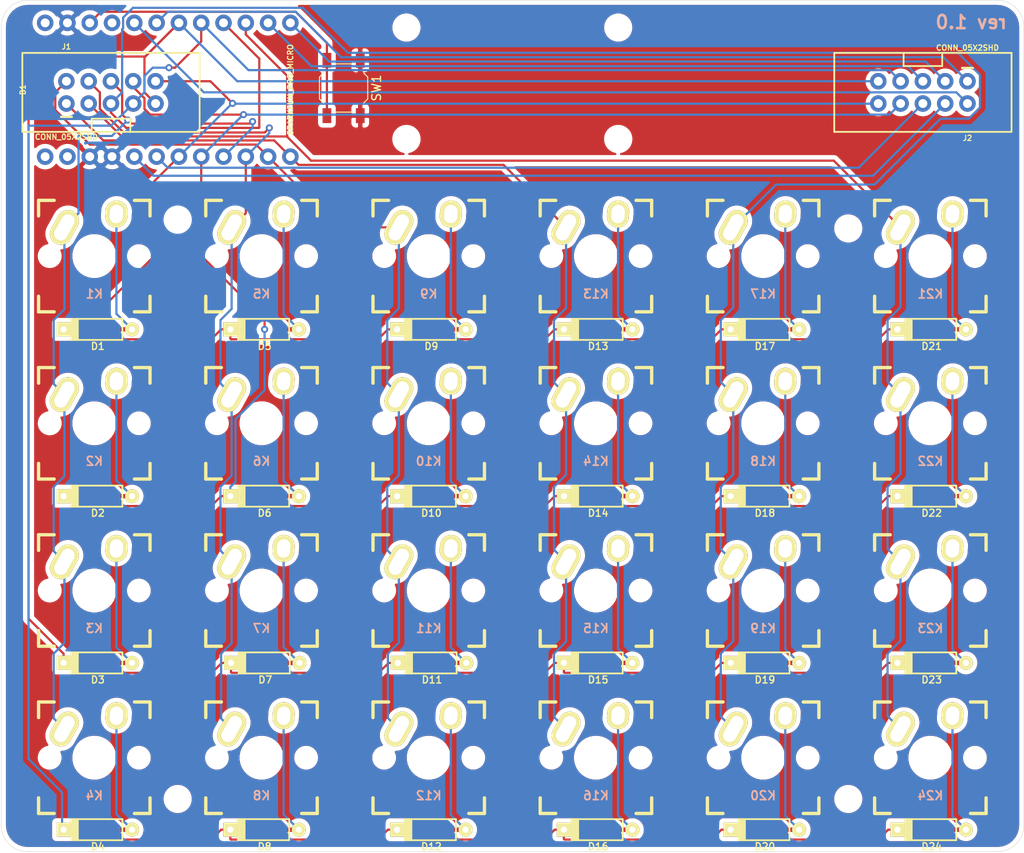
<source format=kicad_pcb>
(kicad_pcb (version 20171130) (host pcbnew "(5.1.5)-3")
  (layers (0 F.Cu signal) (31 B.Cu signal) (34 B.Paste user) (35 F.Paste user) (36 B.SilkS user) (37 F.SilkS user) (38 B.Mask user) (39 F.Mask user) (44 Edge.Cuts user))
  (net 0 "")
  (net 1 "Net-(B1-Pad1)")
  (net 2 "Net-(B1-Pad2)")
  (net 3 /row0)
  (net 4 /row1)
  (net 5 /col0)
  (net 6 /col1)
  (net 7 /col2)
  (net 8 /col3)
  (net 9 /col5)
  (net 10 /col4)
  (net 11 /row3)
  (net 12 /row2)
  (net 13 "Net-(B1-Pad21)")
  (net 14 "Net-(B1-Pad24)")
  (net 15 "Net-(D1-Pad2)")
  (net 16 "Net-(D2-Pad2)")
  (net 17 "Net-(D3-Pad2)")
  (net 18 "Net-(D4-Pad2)")
  (net 19 "Net-(D5-Pad2)")
  (net 20 "Net-(D6-Pad2)")
  (net 21 "Net-(D7-Pad2)")
  (net 22 "Net-(D8-Pad2)")
  (net 23 "Net-(D9-Pad2)")
  (net 24 "Net-(D10-Pad2)")
  (net 25 "Net-(D11-Pad2)")
  (net 26 "Net-(D12-Pad2)")
  (net 27 "Net-(D13-Pad2)")
  (net 28 "Net-(D14-Pad2)")
  (net 29 "Net-(D15-Pad2)")
  (net 30 "Net-(D16-Pad2)")
  (net 31 "Net-(D17-Pad2)")
  (net 32 "Net-(D18-Pad2)")
  (net 33 "Net-(D19-Pad2)")
  (net 34 "Net-(D20-Pad2)")
  (net 35 "Net-(D21-Pad2)")
  (net 36 "Net-(D22-Pad2)")
  (net 37 "Net-(D23-Pad2)")
  (net 38 "Net-(D24-Pad2)")
  (net 39 GND)
  (net 40 /rst)
  (net 41 /col11)
  (net 42 /col10)
  (net 43 /col7)
  (net 44 /col6)
  (net 45 /col8)
  (net 46 /col9)
  (module MountingHole:MountingHole_2.2mm_M2 (layer F.Cu) (at 97.79 31.115)
    (fp_text reference REF** hide)
    (fp_text value MountingHole_2.2mm_M2)
    (pad 1 np_thru_hole circle (at 0 0) (size 2.2 2.2) (drill 2.2) (layers *.Cu *.Mask))
  )
  (module MountingHole:MountingHole_2.2mm_M2 (layer F.Cu) (at 97.79 43.815)
    (fp_text reference REF** hide)
    (fp_text value MountingHole_2.2mm_M2)
    (pad 1 np_thru_hole circle (at 0 0) (size 2.2 2.2) (drill 2.2) (layers *.Cu *.Mask))
  )
  (module MountingHole:MountingHole_2.2mm_M2 (layer F.Cu) (at 73.66 31.115)
    (fp_text reference REF** hide)
    (fp_text value MountingHole_2.2mm_M2)
    (pad 1 np_thru_hole circle (at 0 0) (size 2.2 2.2) (drill 2.2) (layers *.Cu *.Mask))
  )
  (module MountingHole:MountingHole_2.2mm_M2 (layer F.Cu) (at 73.66 43.815)
    (fp_text reference REF** hide)
    (fp_text value MountingHole_2.2mm_M2)
    (pad 1 np_thru_hole circle (at 0 0) (size 2.2 2.2) (drill 2.2) (layers *.Cu *.Mask))
  )
  (module MountingHole:MountingHole_2.2mm_M2 (layer F.Cu) (at 124 119)
    (fp_text reference REF** hide)
    (fp_text value MountingHole_2.2mm_M2)
    (pad 1 np_thru_hole circle (at 0 0) (size 2.2 2.2) (drill 2.2) (layers *.Cu *.Mask))
  )
  (module MountingHole:MountingHole_2.2mm_M2 (layer F.Cu) (at 124 54)
    (fp_text reference REF** hide)
    (fp_text value MountingHole_2.2mm_M2)
    (pad 1 np_thru_hole circle (at 0 0) (size 2.2 2.2) (drill 2.2) (layers *.Cu *.Mask))
  )
  (module MountingHole:MountingHole_2.2mm_M2 (layer F.Cu) (at 47.6 53)
    (fp_text reference REF** hide)
    (fp_text value MountingHole_2.2mm_M2)
    (pad 1 np_thru_hole circle (at 0 0) (size 2.2 2.2) (drill 2.2) (layers *.Cu *.Mask))
  )
  (module MountingHole:MountingHole_2.2mm_M2 (layer F.Cu) (at 47.6 119)
    (fp_text reference REF** hide)
    (fp_text value MountingHole_2.2mm_M2)
    (pad 1 np_thru_hole circle (at 0 0) (size 2.2 2.2) (drill 2.2) (layers *.Cu *.Mask))
  )
  (module boards:SPARKFUN_PRO_MICRO (layer F.Cu) (at 45.2 38.2 90)
    (fp_text reference B1 (at 0 -15.24 90) (layer F.SilkS) (effects (font (size 0.6096 0.6096) (thickness 0.127))))
    (fp_text value SPARKFUN_PRO_MICRO (at 0 15.24 90) (layer F.SilkS) (effects (font (size 0.6096 0.6096) (thickness 0.127))))
    (pad 1 thru_hole circle (at -7.62 -12.7 90) (size 1.8796 1.8796) (drill 1.016) (layers *.Cu *.Mask) (net 1 "Net-(B1-Pad1)"))
    (pad 2 thru_hole circle (at -7.62 -10.16 90) (size 1.8796 1.8796) (drill 1.016) (layers *.Cu *.Mask) (net 2 "Net-(B1-Pad2)"))
    (pad 3 thru_hole circle (at -7.62 -7.62 90) (size 1.8796 1.8796) (drill 1.016) (layers *.Cu *.Mask) (net 39 GND))
    (pad 4 thru_hole circle (at -7.62 -5.08 90) (size 1.8796 1.8796) (drill 1.016) (layers *.Cu *.Mask) (net 39 GND))
    (pad 5 thru_hole circle (at -7.62 -2.54 90) (size 1.8796 1.8796) (drill 1.016) (layers *.Cu *.Mask) (net 41 /col11))
    (pad 6 thru_hole circle (at -7.62 0 90) (size 1.8796 1.8796) (drill 1.016) (layers *.Cu *.Mask) (net 42 /col10))
    (pad 7 thru_hole circle (at -7.62 2.54 90) (size 1.8796 1.8796) (drill 1.016) (layers *.Cu *.Mask) (net 3 /row0))
    (pad 8 thru_hole circle (at -7.62 5.08 90) (size 1.8796 1.8796) (drill 1.016) (layers *.Cu *.Mask) (net 4 /row1))
    (pad 9 thru_hole circle (at -7.62 7.62 90) (size 1.8796 1.8796) (drill 1.016) (layers *.Cu *.Mask) (net 5 /col0))
    (pad 10 thru_hole circle (at -7.62 10.16 90) (size 1.8796 1.8796) (drill 1.016) (layers *.Cu *.Mask) (net 6 /col1))
    (pad 11 thru_hole circle (at -7.62 12.7 90) (size 1.8796 1.8796) (drill 1.016) (layers *.Cu *.Mask) (net 7 /col2))
    (pad 12 thru_hole circle (at -7.62 15.24 90) (size 1.8796 1.8796) (drill 1.016) (layers *.Cu *.Mask) (net 8 /col3))
    (pad 13 thru_hole circle (at 7.62 15.24 90) (size 1.8796 1.8796) (drill 1.016) (layers *.Cu *.Mask) (net 43 /col7))
    (pad 14 thru_hole circle (at 7.62 12.7 90) (size 1.8796 1.8796) (drill 1.016) (layers *.Cu *.Mask) (net 44 /col6))
    (pad 15 thru_hole circle (at 7.62 10.16 90) (size 1.8796 1.8796) (drill 1.016) (layers *.Cu *.Mask) (net 9 /col5))
    (pad 16 thru_hole circle (at 7.62 7.62 90) (size 1.8796 1.8796) (drill 1.016) (layers *.Cu *.Mask) (net 10 /col4))
    (pad 17 thru_hole circle (at 7.62 5.08 90) (size 1.8796 1.8796) (drill 1.016) (layers *.Cu *.Mask) (net 11 /row3))
    (pad 18 thru_hole circle (at 7.62 2.54 90) (size 1.8796 1.8796) (drill 1.016) (layers *.Cu *.Mask) (net 12 /row2))
    (pad 19 thru_hole circle (at 7.62 0 90) (size 1.8796 1.8796) (drill 1.016) (layers *.Cu *.Mask) (net 45 /col8))
    (pad 20 thru_hole circle (at 7.62 -2.54 90) (size 1.8796 1.8796) (drill 1.016) (layers *.Cu *.Mask) (net 46 /col9))
    (pad 21 thru_hole circle (at 7.62 -5.08 90) (size 1.8796 1.8796) (drill 1.016) (layers *.Cu *.Mask) (net 13 "Net-(B1-Pad21)"))
    (pad 22 thru_hole circle (at 7.62 -7.62 90) (size 1.8796 1.8796) (drill 1.016) (layers *.Cu *.Mask) (net 40 /rst))
    (pad 23 thru_hole circle (at 7.62 -10.16 90) (size 1.8796 1.8796) (drill 1.016) (layers *.Cu *.Mask) (net 39 GND))
    (pad 24 thru_hole circle (at 7.62 -12.7 90) (size 1.8796 1.8796) (drill 1.016) (layers *.Cu *.Mask) (net 14 "Net-(B1-Pad24)"))
  )
  (module keebs:Mx_Alps_100 (layer F.Cu) (at 38.1 57.15)
    (fp_text reference K1 (at 0 4.318) (layer B.SilkS) (effects (font (thickness 0.2)) (justify mirror)))
    (fp_text value KEYSW hide)
    (pad 2 thru_hole oval (at 2.52 -4.79 356.1) (size 2.5 3.08) (drill oval 1.5 2.08) (layers *.Cu *.Mask F.SilkS) (net 15 "Net-(D1-Pad2)"))
    (pad 1 thru_hole oval (at -3.405 -3.27 330.95) (size 2.5 4.17) (drill oval 1.5 3.17) (layers *.Cu *.Mask F.SilkS) (net 5 /col0))
    (pad HOLE np_thru_hole circle (at 5.08 0) (size 1.7018 1.7018) (drill 1.7018) (layers *.Cu))
    (pad HOLE np_thru_hole circle (at -5.08 0) (size 1.7018 1.7018) (drill 1.7018) (layers *.Cu))
    (pad HOLE np_thru_hole circle (at 0 0) (size 3.9878 3.9878) (drill 3.9878) (layers *.Cu))
  )
  (module keebs:Mx_Alps_100 (layer F.Cu) (at 38.1 76.2)
    (fp_text reference K2 (at 0 4.318) (layer B.SilkS) (effects (font (thickness 0.2)) (justify mirror)))
    (fp_text value KEYSW hide)
    (pad 2 thru_hole oval (at 2.52 -4.79 356.1) (size 2.5 3.08) (drill oval 1.5 2.08) (layers *.Cu *.Mask F.SilkS) (net 16 "Net-(D2-Pad2)"))
    (pad 1 thru_hole oval (at -3.405 -3.27 330.95) (size 2.5 4.17) (drill oval 1.5 3.17) (layers *.Cu *.Mask F.SilkS) (net 5 /col0))
    (pad HOLE np_thru_hole circle (at 5.08 0) (size 1.7018 1.7018) (drill 1.7018) (layers *.Cu))
    (pad HOLE np_thru_hole circle (at -5.08 0) (size 1.7018 1.7018) (drill 1.7018) (layers *.Cu))
    (pad HOLE np_thru_hole circle (at 0 0) (size 3.9878 3.9878) (drill 3.9878) (layers *.Cu))
  )
  (module keebs:Mx_Alps_100 (layer F.Cu) (at 38.1 95.25)
    (fp_text reference K3 (at 0 4.318) (layer B.SilkS) (effects (font (thickness 0.2)) (justify mirror)))
    (fp_text value KEYSW hide)
    (pad HOLE np_thru_hole circle (at 0 0) (size 3.9878 3.9878) (drill 3.9878) (layers *.Cu))
    (pad HOLE np_thru_hole circle (at -5.08 0) (size 1.7018 1.7018) (drill 1.7018) (layers *.Cu))
    (pad HOLE np_thru_hole circle (at 5.08 0) (size 1.7018 1.7018) (drill 1.7018) (layers *.Cu))
    (pad 1 thru_hole oval (at -3.405 -3.27 330.95) (size 2.5 4.17) (drill oval 1.5 3.17) (layers *.Cu *.Mask F.SilkS) (net 5 /col0))
    (pad 2 thru_hole oval (at 2.52 -4.79 356.1) (size 2.5 3.08) (drill oval 1.5 2.08) (layers *.Cu *.Mask F.SilkS) (net 17 "Net-(D3-Pad2)"))
  )
  (module keebs:Mx_Alps_100 (layer F.Cu) (at 38.1 114.3)
    (fp_text reference K4 (at 0 4.318) (layer B.SilkS) (effects (font (thickness 0.2)) (justify mirror)))
    (fp_text value KEYSW hide)
    (pad 2 thru_hole oval (at 2.52 -4.79 356.1) (size 2.5 3.08) (drill oval 1.5 2.08) (layers *.Cu *.Mask F.SilkS) (net 18 "Net-(D4-Pad2)"))
    (pad 1 thru_hole oval (at -3.405 -3.27 330.95) (size 2.5 4.17) (drill oval 1.5 3.17) (layers *.Cu *.Mask F.SilkS) (net 5 /col0))
    (pad HOLE np_thru_hole circle (at 5.08 0) (size 1.7018 1.7018) (drill 1.7018) (layers *.Cu))
    (pad HOLE np_thru_hole circle (at -5.08 0) (size 1.7018 1.7018) (drill 1.7018) (layers *.Cu))
    (pad HOLE np_thru_hole circle (at 0 0) (size 3.9878 3.9878) (drill 3.9878) (layers *.Cu))
  )
  (module keebs:Mx_Alps_100 (layer F.Cu) (at 57.15 57.15)
    (fp_text reference K5 (at 0 4.318) (layer B.SilkS) (effects (font (thickness 0.2)) (justify mirror)))
    (fp_text value KEYSW hide)
    (pad HOLE np_thru_hole circle (at 0 0) (size 3.9878 3.9878) (drill 3.9878) (layers *.Cu))
    (pad HOLE np_thru_hole circle (at -5.08 0) (size 1.7018 1.7018) (drill 1.7018) (layers *.Cu))
    (pad HOLE np_thru_hole circle (at 5.08 0) (size 1.7018 1.7018) (drill 1.7018) (layers *.Cu))
    (pad 1 thru_hole oval (at -3.405 -3.27 330.95) (size 2.5 4.17) (drill oval 1.5 3.17) (layers *.Cu *.Mask F.SilkS) (net 6 /col1))
    (pad 2 thru_hole oval (at 2.52 -4.79 356.1) (size 2.5 3.08) (drill oval 1.5 2.08) (layers *.Cu *.Mask F.SilkS) (net 19 "Net-(D5-Pad2)"))
  )
  (module keebs:Mx_Alps_100 (layer F.Cu) (at 57.15 76.2)
    (fp_text reference K6 (at 0 4.318) (layer B.SilkS) (effects (font (thickness 0.2)) (justify mirror)))
    (fp_text value KEYSW hide)
    (pad 2 thru_hole oval (at 2.52 -4.79 356.1) (size 2.5 3.08) (drill oval 1.5 2.08) (layers *.Cu *.Mask F.SilkS) (net 20 "Net-(D6-Pad2)"))
    (pad 1 thru_hole oval (at -3.405 -3.27 330.95) (size 2.5 4.17) (drill oval 1.5 3.17) (layers *.Cu *.Mask F.SilkS) (net 6 /col1))
    (pad HOLE np_thru_hole circle (at 5.08 0) (size 1.7018 1.7018) (drill 1.7018) (layers *.Cu))
    (pad HOLE np_thru_hole circle (at -5.08 0) (size 1.7018 1.7018) (drill 1.7018) (layers *.Cu))
    (pad HOLE np_thru_hole circle (at 0 0) (size 3.9878 3.9878) (drill 3.9878) (layers *.Cu))
  )
  (module keebs:Mx_Alps_100 (layer F.Cu) (at 57.15 95.25)
    (fp_text reference K7 (at 0 4.318) (layer B.SilkS) (effects (font (thickness 0.2)) (justify mirror)))
    (fp_text value KEYSW hide)
    (pad HOLE np_thru_hole circle (at 0 0) (size 3.9878 3.9878) (drill 3.9878) (layers *.Cu))
    (pad HOLE np_thru_hole circle (at -5.08 0) (size 1.7018 1.7018) (drill 1.7018) (layers *.Cu))
    (pad HOLE np_thru_hole circle (at 5.08 0) (size 1.7018 1.7018) (drill 1.7018) (layers *.Cu))
    (pad 1 thru_hole oval (at -3.405 -3.27 330.95) (size 2.5 4.17) (drill oval 1.5 3.17) (layers *.Cu *.Mask F.SilkS) (net 6 /col1))
    (pad 2 thru_hole oval (at 2.52 -4.79 356.1) (size 2.5 3.08) (drill oval 1.5 2.08) (layers *.Cu *.Mask F.SilkS) (net 21 "Net-(D7-Pad2)"))
  )
  (module keebs:Mx_Alps_100 (layer F.Cu) (at 57.15 114.3)
    (fp_text reference K8 (at 0 4.318) (layer B.SilkS) (effects (font (thickness 0.2)) (justify mirror)))
    (fp_text value KEYSW hide)
    (pad 2 thru_hole oval (at 2.52 -4.79 356.1) (size 2.5 3.08) (drill oval 1.5 2.08) (layers *.Cu *.Mask F.SilkS) (net 22 "Net-(D8-Pad2)"))
    (pad 1 thru_hole oval (at -3.405 -3.27 330.95) (size 2.5 4.17) (drill oval 1.5 3.17) (layers *.Cu *.Mask F.SilkS) (net 6 /col1))
    (pad HOLE np_thru_hole circle (at 5.08 0) (size 1.7018 1.7018) (drill 1.7018) (layers *.Cu))
    (pad HOLE np_thru_hole circle (at -5.08 0) (size 1.7018 1.7018) (drill 1.7018) (layers *.Cu))
    (pad HOLE np_thru_hole circle (at 0 0) (size 3.9878 3.9878) (drill 3.9878) (layers *.Cu))
  )
  (module keebs:Mx_Alps_100 (layer F.Cu) (at 76.2 57.15)
    (fp_text reference K9 (at 0 4.318) (layer B.SilkS) (effects (font (thickness 0.2)) (justify mirror)))
    (fp_text value KEYSW hide)
    (pad HOLE np_thru_hole circle (at 0 0) (size 3.9878 3.9878) (drill 3.9878) (layers *.Cu))
    (pad HOLE np_thru_hole circle (at -5.08 0) (size 1.7018 1.7018) (drill 1.7018) (layers *.Cu))
    (pad HOLE np_thru_hole circle (at 5.08 0) (size 1.7018 1.7018) (drill 1.7018) (layers *.Cu))
    (pad 1 thru_hole oval (at -3.405 -3.27 330.95) (size 2.5 4.17) (drill oval 1.5 3.17) (layers *.Cu *.Mask F.SilkS) (net 7 /col2))
    (pad 2 thru_hole oval (at 2.52 -4.79 356.1) (size 2.5 3.08) (drill oval 1.5 2.08) (layers *.Cu *.Mask F.SilkS) (net 23 "Net-(D9-Pad2)"))
  )
  (module keebs:Mx_Alps_100 (layer F.Cu) (at 76.2 76.2)
    (fp_text reference K10 (at 0 4.318) (layer B.SilkS) (effects (font (thickness 0.2)) (justify mirror)))
    (fp_text value KEYSW hide)
    (pad 2 thru_hole oval (at 2.52 -4.79 356.1) (size 2.5 3.08) (drill oval 1.5 2.08) (layers *.Cu *.Mask F.SilkS) (net 24 "Net-(D10-Pad2)"))
    (pad 1 thru_hole oval (at -3.405 -3.27 330.95) (size 2.5 4.17) (drill oval 1.5 3.17) (layers *.Cu *.Mask F.SilkS) (net 7 /col2))
    (pad HOLE np_thru_hole circle (at 5.08 0) (size 1.7018 1.7018) (drill 1.7018) (layers *.Cu))
    (pad HOLE np_thru_hole circle (at -5.08 0) (size 1.7018 1.7018) (drill 1.7018) (layers *.Cu))
    (pad HOLE np_thru_hole circle (at 0 0) (size 3.9878 3.9878) (drill 3.9878) (layers *.Cu))
  )
  (module keebs:Mx_Alps_100 (layer F.Cu) (at 76.2 95.25)
    (fp_text reference K11 (at 0 4.318) (layer B.SilkS) (effects (font (thickness 0.2)) (justify mirror)))
    (fp_text value KEYSW hide)
    (pad HOLE np_thru_hole circle (at 0 0) (size 3.9878 3.9878) (drill 3.9878) (layers *.Cu))
    (pad HOLE np_thru_hole circle (at -5.08 0) (size 1.7018 1.7018) (drill 1.7018) (layers *.Cu))
    (pad HOLE np_thru_hole circle (at 5.08 0) (size 1.7018 1.7018) (drill 1.7018) (layers *.Cu))
    (pad 1 thru_hole oval (at -3.405 -3.27 330.95) (size 2.5 4.17) (drill oval 1.5 3.17) (layers *.Cu *.Mask F.SilkS) (net 7 /col2))
    (pad 2 thru_hole oval (at 2.52 -4.79 356.1) (size 2.5 3.08) (drill oval 1.5 2.08) (layers *.Cu *.Mask F.SilkS) (net 25 "Net-(D11-Pad2)"))
  )
  (module keebs:Mx_Alps_100 (layer F.Cu) (at 76.2 114.3)
    (fp_text reference K12 (at 0 4.318) (layer B.SilkS) (effects (font (thickness 0.2)) (justify mirror)))
    (fp_text value KEYSW hide)
    (pad 2 thru_hole oval (at 2.52 -4.79 356.1) (size 2.5 3.08) (drill oval 1.5 2.08) (layers *.Cu *.Mask F.SilkS) (net 26 "Net-(D12-Pad2)"))
    (pad 1 thru_hole oval (at -3.405 -3.27 330.95) (size 2.5 4.17) (drill oval 1.5 3.17) (layers *.Cu *.Mask F.SilkS) (net 7 /col2))
    (pad HOLE np_thru_hole circle (at 5.08 0) (size 1.7018 1.7018) (drill 1.7018) (layers *.Cu))
    (pad HOLE np_thru_hole circle (at -5.08 0) (size 1.7018 1.7018) (drill 1.7018) (layers *.Cu))
    (pad HOLE np_thru_hole circle (at 0 0) (size 3.9878 3.9878) (drill 3.9878) (layers *.Cu))
  )
  (module keebs:Mx_Alps_100 (layer F.Cu) (at 95.25 57.15)
    (fp_text reference K13 (at 0 4.318) (layer B.SilkS) (effects (font (thickness 0.2)) (justify mirror)))
    (fp_text value KEYSW hide)
    (pad HOLE np_thru_hole circle (at 0 0) (size 3.9878 3.9878) (drill 3.9878) (layers *.Cu))
    (pad HOLE np_thru_hole circle (at -5.08 0) (size 1.7018 1.7018) (drill 1.7018) (layers *.Cu))
    (pad HOLE np_thru_hole circle (at 5.08 0) (size 1.7018 1.7018) (drill 1.7018) (layers *.Cu))
    (pad 1 thru_hole oval (at -3.405 -3.27 330.95) (size 2.5 4.17) (drill oval 1.5 3.17) (layers *.Cu *.Mask F.SilkS) (net 8 /col3))
    (pad 2 thru_hole oval (at 2.52 -4.79 356.1) (size 2.5 3.08) (drill oval 1.5 2.08) (layers *.Cu *.Mask F.SilkS) (net 27 "Net-(D13-Pad2)"))
  )
  (module keebs:Mx_Alps_100 (layer F.Cu) (at 95.25 76.2)
    (fp_text reference K14 (at 0 4.318) (layer B.SilkS) (effects (font (thickness 0.2)) (justify mirror)))
    (fp_text value KEYSW hide)
    (pad 2 thru_hole oval (at 2.52 -4.79 356.1) (size 2.5 3.08) (drill oval 1.5 2.08) (layers *.Cu *.Mask F.SilkS) (net 28 "Net-(D14-Pad2)"))
    (pad 1 thru_hole oval (at -3.405 -3.27 330.95) (size 2.5 4.17) (drill oval 1.5 3.17) (layers *.Cu *.Mask F.SilkS) (net 8 /col3))
    (pad HOLE np_thru_hole circle (at 5.08 0) (size 1.7018 1.7018) (drill 1.7018) (layers *.Cu))
    (pad HOLE np_thru_hole circle (at -5.08 0) (size 1.7018 1.7018) (drill 1.7018) (layers *.Cu))
    (pad HOLE np_thru_hole circle (at 0 0) (size 3.9878 3.9878) (drill 3.9878) (layers *.Cu))
  )
  (module keebs:Mx_Alps_100 (layer F.Cu) (at 95.25 95.25)
    (fp_text reference K15 (at 0 4.318) (layer B.SilkS) (effects (font (thickness 0.2)) (justify mirror)))
    (fp_text value KEYSW hide)
    (pad HOLE np_thru_hole circle (at 0 0) (size 3.9878 3.9878) (drill 3.9878) (layers *.Cu))
    (pad HOLE np_thru_hole circle (at -5.08 0) (size 1.7018 1.7018) (drill 1.7018) (layers *.Cu))
    (pad HOLE np_thru_hole circle (at 5.08 0) (size 1.7018 1.7018) (drill 1.7018) (layers *.Cu))
    (pad 1 thru_hole oval (at -3.405 -3.27 330.95) (size 2.5 4.17) (drill oval 1.5 3.17) (layers *.Cu *.Mask F.SilkS) (net 8 /col3))
    (pad 2 thru_hole oval (at 2.52 -4.79 356.1) (size 2.5 3.08) (drill oval 1.5 2.08) (layers *.Cu *.Mask F.SilkS) (net 29 "Net-(D15-Pad2)"))
  )
  (module keebs:Mx_Alps_100 (layer F.Cu) (at 95.25 114.3)
    (fp_text reference K16 (at 0 4.318) (layer B.SilkS) (effects (font (thickness 0.2)) (justify mirror)))
    (fp_text value KEYSW hide)
    (pad HOLE np_thru_hole circle (at 0 0) (size 3.9878 3.9878) (drill 3.9878) (layers *.Cu))
    (pad HOLE np_thru_hole circle (at -5.08 0) (size 1.7018 1.7018) (drill 1.7018) (layers *.Cu))
    (pad HOLE np_thru_hole circle (at 5.08 0) (size 1.7018 1.7018) (drill 1.7018) (layers *.Cu))
    (pad 1 thru_hole oval (at -3.405 -3.27 330.95) (size 2.5 4.17) (drill oval 1.5 3.17) (layers *.Cu *.Mask F.SilkS) (net 8 /col3))
    (pad 2 thru_hole oval (at 2.52 -4.79 356.1) (size 2.5 3.08) (drill oval 1.5 2.08) (layers *.Cu *.Mask F.SilkS) (net 30 "Net-(D16-Pad2)"))
  )
  (module keebs:Mx_Alps_100 (layer F.Cu) (at 114.3 57.15)
    (fp_text reference K17 (at 0 4.318) (layer B.SilkS) (effects (font (thickness 0.2)) (justify mirror)))
    (fp_text value KEYSW hide)
    (pad 2 thru_hole oval (at 2.52 -4.79 356.1) (size 2.5 3.08) (drill oval 1.5 2.08) (layers *.Cu *.Mask F.SilkS) (net 31 "Net-(D17-Pad2)"))
    (pad 1 thru_hole oval (at -3.405 -3.27 330.95) (size 2.5 4.17) (drill oval 1.5 3.17) (layers *.Cu *.Mask F.SilkS) (net 10 /col4))
    (pad HOLE np_thru_hole circle (at 5.08 0) (size 1.7018 1.7018) (drill 1.7018) (layers *.Cu))
    (pad HOLE np_thru_hole circle (at -5.08 0) (size 1.7018 1.7018) (drill 1.7018) (layers *.Cu))
    (pad HOLE np_thru_hole circle (at 0 0) (size 3.9878 3.9878) (drill 3.9878) (layers *.Cu))
  )
  (module keebs:Mx_Alps_100 (layer F.Cu) (at 114.3 76.2)
    (fp_text reference K18 (at 0 4.318) (layer B.SilkS) (effects (font (thickness 0.2)) (justify mirror)))
    (fp_text value KEYSW hide)
    (pad 2 thru_hole oval (at 2.52 -4.79 356.1) (size 2.5 3.08) (drill oval 1.5 2.08) (layers *.Cu *.Mask F.SilkS) (net 32 "Net-(D18-Pad2)"))
    (pad 1 thru_hole oval (at -3.405 -3.27 330.95) (size 2.5 4.17) (drill oval 1.5 3.17) (layers *.Cu *.Mask F.SilkS) (net 10 /col4))
    (pad HOLE np_thru_hole circle (at 5.08 0) (size 1.7018 1.7018) (drill 1.7018) (layers *.Cu))
    (pad HOLE np_thru_hole circle (at -5.08 0) (size 1.7018 1.7018) (drill 1.7018) (layers *.Cu))
    (pad HOLE np_thru_hole circle (at 0 0) (size 3.9878 3.9878) (drill 3.9878) (layers *.Cu))
  )
  (module keebs:Mx_Alps_100 (layer F.Cu) (at 114.3 95.25)
    (fp_text reference K19 (at 0 4.318) (layer B.SilkS) (effects (font (thickness 0.2)) (justify mirror)))
    (fp_text value KEYSW hide)
    (pad HOLE np_thru_hole circle (at 0 0) (size 3.9878 3.9878) (drill 3.9878) (layers *.Cu))
    (pad HOLE np_thru_hole circle (at -5.08 0) (size 1.7018 1.7018) (drill 1.7018) (layers *.Cu))
    (pad HOLE np_thru_hole circle (at 5.08 0) (size 1.7018 1.7018) (drill 1.7018) (layers *.Cu))
    (pad 1 thru_hole oval (at -3.405 -3.27 330.95) (size 2.5 4.17) (drill oval 1.5 3.17) (layers *.Cu *.Mask F.SilkS) (net 10 /col4))
    (pad 2 thru_hole oval (at 2.52 -4.79 356.1) (size 2.5 3.08) (drill oval 1.5 2.08) (layers *.Cu *.Mask F.SilkS) (net 33 "Net-(D19-Pad2)"))
  )
  (module keebs:Mx_Alps_100 (layer F.Cu) (at 114.3 114.3)
    (fp_text reference K20 (at 0 4.318) (layer B.SilkS) (effects (font (thickness 0.2)) (justify mirror)))
    (fp_text value KEYSW hide)
    (pad 2 thru_hole oval (at 2.52 -4.79 356.1) (size 2.5 3.08) (drill oval 1.5 2.08) (layers *.Cu *.Mask F.SilkS) (net 34 "Net-(D20-Pad2)"))
    (pad 1 thru_hole oval (at -3.405 -3.27 330.95) (size 2.5 4.17) (drill oval 1.5 3.17) (layers *.Cu *.Mask F.SilkS) (net 10 /col4))
    (pad HOLE np_thru_hole circle (at 5.08 0) (size 1.7018 1.7018) (drill 1.7018) (layers *.Cu))
    (pad HOLE np_thru_hole circle (at -5.08 0) (size 1.7018 1.7018) (drill 1.7018) (layers *.Cu))
    (pad HOLE np_thru_hole circle (at 0 0) (size 3.9878 3.9878) (drill 3.9878) (layers *.Cu))
  )
  (module keebs:Mx_Alps_100 (layer F.Cu) (at 133.35 57.15)
    (fp_text reference K21 (at 0 4.318) (layer B.SilkS) (effects (font (thickness 0.2)) (justify mirror)))
    (fp_text value KEYSW hide)
    (pad HOLE np_thru_hole circle (at 0 0) (size 3.9878 3.9878) (drill 3.9878) (layers *.Cu))
    (pad HOLE np_thru_hole circle (at -5.08 0) (size 1.7018 1.7018) (drill 1.7018) (layers *.Cu))
    (pad HOLE np_thru_hole circle (at 5.08 0) (size 1.7018 1.7018) (drill 1.7018) (layers *.Cu))
    (pad 1 thru_hole oval (at -3.405 -3.27 330.95) (size 2.5 4.17) (drill oval 1.5 3.17) (layers *.Cu *.Mask F.SilkS) (net 9 /col5))
    (pad 2 thru_hole oval (at 2.52 -4.79 356.1) (size 2.5 3.08) (drill oval 1.5 2.08) (layers *.Cu *.Mask F.SilkS) (net 35 "Net-(D21-Pad2)"))
  )
  (module keebs:Mx_Alps_100 (layer F.Cu) (at 133.35 76.2)
    (fp_text reference K22 (at 0 4.318) (layer B.SilkS) (effects (font (thickness 0.2)) (justify mirror)))
    (fp_text value KEYSW hide)
    (pad HOLE np_thru_hole circle (at 0 0) (size 3.9878 3.9878) (drill 3.9878) (layers *.Cu))
    (pad HOLE np_thru_hole circle (at -5.08 0) (size 1.7018 1.7018) (drill 1.7018) (layers *.Cu))
    (pad HOLE np_thru_hole circle (at 5.08 0) (size 1.7018 1.7018) (drill 1.7018) (layers *.Cu))
    (pad 1 thru_hole oval (at -3.405 -3.27 330.95) (size 2.5 4.17) (drill oval 1.5 3.17) (layers *.Cu *.Mask F.SilkS) (net 9 /col5))
    (pad 2 thru_hole oval (at 2.52 -4.79 356.1) (size 2.5 3.08) (drill oval 1.5 2.08) (layers *.Cu *.Mask F.SilkS) (net 36 "Net-(D22-Pad2)"))
  )
  (module keebs:Mx_Alps_100 (layer F.Cu) (at 133.35 95.25)
    (fp_text reference K23 (at 0 4.318) (layer B.SilkS) (effects (font (thickness 0.2)) (justify mirror)))
    (fp_text value KEYSW hide)
    (pad 2 thru_hole oval (at 2.52 -4.79 356.1) (size 2.5 3.08) (drill oval 1.5 2.08) (layers *.Cu *.Mask F.SilkS) (net 37 "Net-(D23-Pad2)"))
    (pad 1 thru_hole oval (at -3.405 -3.27 330.95) (size 2.5 4.17) (drill oval 1.5 3.17) (layers *.Cu *.Mask F.SilkS) (net 9 /col5))
    (pad HOLE np_thru_hole circle (at 5.08 0) (size 1.7018 1.7018) (drill 1.7018) (layers *.Cu))
    (pad HOLE np_thru_hole circle (at -5.08 0) (size 1.7018 1.7018) (drill 1.7018) (layers *.Cu))
    (pad HOLE np_thru_hole circle (at 0 0) (size 3.9878 3.9878) (drill 3.9878) (layers *.Cu))
  )
  (module keebs:Mx_Alps_100 (layer F.Cu) (at 133.35 114.3)
    (fp_text reference K24 (at 0 4.318) (layer B.SilkS) (effects (font (thickness 0.2)) (justify mirror)))
    (fp_text value KEYSW hide)
    (pad HOLE np_thru_hole circle (at 0 0) (size 3.9878 3.9878) (drill 3.9878) (layers *.Cu))
    (pad HOLE np_thru_hole circle (at -5.08 0) (size 1.7018 1.7018) (drill 1.7018) (layers *.Cu))
    (pad HOLE np_thru_hole circle (at 5.08 0) (size 1.7018 1.7018) (drill 1.7018) (layers *.Cu))
    (pad 1 thru_hole oval (at -3.405 -3.27 330.95) (size 2.5 4.17) (drill oval 1.5 3.17) (layers *.Cu *.Mask F.SilkS) (net 9 /col5))
    (pad 2 thru_hole oval (at 2.52 -4.79 356.1) (size 2.5 3.08) (drill oval 1.5 2.08) (layers *.Cu *.Mask F.SilkS) (net 38 "Net-(D24-Pad2)"))
  )
  (module parts:D_SOD123_axial (layer F.Cu) (at 38.5 65.5)
    (fp_text reference D1 (at 0 1.925) (layer F.SilkS) (effects (font (size 0.8 0.8))))
    (fp_text value D hide)
    (pad 2 smd rect (at 2.7 0) (size 2.5 0.5) (layers F.Cu) (net 15 "Net-(D1-Pad2)"))
    (pad 1 smd rect (at -2.7 0) (size 2.5 0.5) (layers F.Cu) (net 3 /row0))
    (pad 2 thru_hole circle (at 3.9 0) (size 1.6 1.6) (drill 0.7) (layers *.Cu *.Mask F.SilkS) (net 15 "Net-(D1-Pad2)"))
    (pad 1 thru_hole rect (at -3.9 0) (size 1.6 1.6) (drill 0.7) (layers *.Cu *.Mask F.SilkS) (net 3 /row0))
    (pad 1 smd rect (at -1.575 0) (size 1.2 1.2) (layers F.Cu F.Paste F.Mask) (net 3 /row0))
    (pad 2 smd rect (at 1.575 0) (size 1.2 1.2) (layers F.Cu F.Paste F.Mask) (net 15 "Net-(D1-Pad2)"))
  )
  (module parts:D_SOD123_axial (layer F.Cu) (at 38.5 84.5)
    (fp_text reference D2 (at 0 1.925) (layer F.SilkS) (effects (font (size 0.8 0.8))))
    (fp_text value D hide)
    (pad 2 smd rect (at 1.575 0) (size 1.2 1.2) (layers F.Cu F.Paste F.Mask) (net 16 "Net-(D2-Pad2)"))
    (pad 1 smd rect (at -1.575 0) (size 1.2 1.2) (layers F.Cu F.Paste F.Mask) (net 4 /row1))
    (pad 1 thru_hole rect (at -3.9 0) (size 1.6 1.6) (drill 0.7) (layers *.Cu *.Mask F.SilkS) (net 4 /row1))
    (pad 2 thru_hole circle (at 3.9 0) (size 1.6 1.6) (drill 0.7) (layers *.Cu *.Mask F.SilkS) (net 16 "Net-(D2-Pad2)"))
    (pad 1 smd rect (at -2.7 0) (size 2.5 0.5) (layers F.Cu) (net 4 /row1))
    (pad 2 smd rect (at 2.7 0) (size 2.5 0.5) (layers F.Cu) (net 16 "Net-(D2-Pad2)"))
  )
  (module parts:D_SOD123_axial (layer F.Cu) (at 38.5 103.5)
    (fp_text reference D3 (at 0 1.925) (layer F.SilkS) (effects (font (size 0.8 0.8))))
    (fp_text value D hide)
    (pad 2 smd rect (at 1.575 0) (size 1.2 1.2) (layers F.Cu F.Paste F.Mask) (net 17 "Net-(D3-Pad2)"))
    (pad 1 smd rect (at -1.575 0) (size 1.2 1.2) (layers F.Cu F.Paste F.Mask) (net 12 /row2))
    (pad 1 thru_hole rect (at -3.9 0) (size 1.6 1.6) (drill 0.7) (layers *.Cu *.Mask F.SilkS) (net 12 /row2))
    (pad 2 thru_hole circle (at 3.9 0) (size 1.6 1.6) (drill 0.7) (layers *.Cu *.Mask F.SilkS) (net 17 "Net-(D3-Pad2)"))
    (pad 1 smd rect (at -2.7 0) (size 2.5 0.5) (layers F.Cu) (net 12 /row2))
    (pad 2 smd rect (at 2.7 0) (size 2.5 0.5) (layers F.Cu) (net 17 "Net-(D3-Pad2)"))
  )
  (module parts:D_SOD123_axial (layer F.Cu) (at 38.5 122.5)
    (fp_text reference D4 (at 0 1.925) (layer F.SilkS) (effects (font (size 0.8 0.8))))
    (fp_text value D hide)
    (pad 2 smd rect (at 1.575 0) (size 1.2 1.2) (layers F.Cu F.Paste F.Mask) (net 18 "Net-(D4-Pad2)"))
    (pad 1 smd rect (at -1.575 0) (size 1.2 1.2) (layers F.Cu F.Paste F.Mask) (net 11 /row3))
    (pad 1 thru_hole rect (at -3.9 0) (size 1.6 1.6) (drill 0.7) (layers *.Cu *.Mask F.SilkS) (net 11 /row3))
    (pad 2 thru_hole circle (at 3.9 0) (size 1.6 1.6) (drill 0.7) (layers *.Cu *.Mask F.SilkS) (net 18 "Net-(D4-Pad2)"))
    (pad 1 smd rect (at -2.7 0) (size 2.5 0.5) (layers F.Cu) (net 11 /row3))
    (pad 2 smd rect (at 2.7 0) (size 2.5 0.5) (layers F.Cu) (net 18 "Net-(D4-Pad2)"))
  )
  (module parts:D_SOD123_axial (layer F.Cu) (at 57.5 65.5)
    (fp_text reference D5 (at 0 1.925) (layer F.SilkS) (effects (font (size 0.8 0.8))))
    (fp_text value D hide)
    (pad 2 smd rect (at 2.7 0) (size 2.5 0.5) (layers F.Cu) (net 19 "Net-(D5-Pad2)"))
    (pad 1 smd rect (at -2.7 0) (size 2.5 0.5) (layers F.Cu) (net 3 /row0))
    (pad 2 thru_hole circle (at 3.9 0) (size 1.6 1.6) (drill 0.7) (layers *.Cu *.Mask F.SilkS) (net 19 "Net-(D5-Pad2)"))
    (pad 1 thru_hole rect (at -3.9 0) (size 1.6 1.6) (drill 0.7) (layers *.Cu *.Mask F.SilkS) (net 3 /row0))
    (pad 1 smd rect (at -1.575 0) (size 1.2 1.2) (layers F.Cu F.Paste F.Mask) (net 3 /row0))
    (pad 2 smd rect (at 1.575 0) (size 1.2 1.2) (layers F.Cu F.Paste F.Mask) (net 19 "Net-(D5-Pad2)"))
  )
  (module parts:D_SOD123_axial (layer F.Cu) (at 57.5 84.5)
    (fp_text reference D6 (at 0 1.925) (layer F.SilkS) (effects (font (size 0.8 0.8))))
    (fp_text value D hide)
    (pad 2 smd rect (at 1.575 0) (size 1.2 1.2) (layers F.Cu F.Paste F.Mask) (net 20 "Net-(D6-Pad2)"))
    (pad 1 smd rect (at -1.575 0) (size 1.2 1.2) (layers F.Cu F.Paste F.Mask) (net 4 /row1))
    (pad 1 thru_hole rect (at -3.9 0) (size 1.6 1.6) (drill 0.7) (layers *.Cu *.Mask F.SilkS) (net 4 /row1))
    (pad 2 thru_hole circle (at 3.9 0) (size 1.6 1.6) (drill 0.7) (layers *.Cu *.Mask F.SilkS) (net 20 "Net-(D6-Pad2)"))
    (pad 1 smd rect (at -2.7 0) (size 2.5 0.5) (layers F.Cu) (net 4 /row1))
    (pad 2 smd rect (at 2.7 0) (size 2.5 0.5) (layers F.Cu) (net 20 "Net-(D6-Pad2)"))
  )
  (module parts:D_SOD123_axial (layer F.Cu) (at 57.575 103.5)
    (fp_text reference D7 (at 0 1.925) (layer F.SilkS) (effects (font (size 0.8 0.8))))
    (fp_text value D hide)
    (pad 2 smd rect (at 2.7 0) (size 2.5 0.5) (layers F.Cu) (net 21 "Net-(D7-Pad2)"))
    (pad 1 smd rect (at -2.7 0) (size 2.5 0.5) (layers F.Cu) (net 12 /row2))
    (pad 2 thru_hole circle (at 3.9 0) (size 1.6 1.6) (drill 0.7) (layers *.Cu *.Mask F.SilkS) (net 21 "Net-(D7-Pad2)"))
    (pad 1 thru_hole rect (at -3.9 0) (size 1.6 1.6) (drill 0.7) (layers *.Cu *.Mask F.SilkS) (net 12 /row2))
    (pad 1 smd rect (at -1.575 0) (size 1.2 1.2) (layers F.Cu F.Paste F.Mask) (net 12 /row2))
    (pad 2 smd rect (at 1.575 0) (size 1.2 1.2) (layers F.Cu F.Paste F.Mask) (net 21 "Net-(D7-Pad2)"))
  )
  (module parts:D_SOD123_axial (layer F.Cu) (at 57.5 122.5)
    (fp_text reference D8 (at 0 1.925) (layer F.SilkS) (effects (font (size 0.8 0.8))))
    (fp_text value D hide)
    (pad 2 smd rect (at 2.7 0) (size 2.5 0.5) (layers F.Cu) (net 22 "Net-(D8-Pad2)"))
    (pad 1 smd rect (at -2.7 0) (size 2.5 0.5) (layers F.Cu) (net 11 /row3))
    (pad 2 thru_hole circle (at 3.9 0) (size 1.6 1.6) (drill 0.7) (layers *.Cu *.Mask F.SilkS) (net 22 "Net-(D8-Pad2)"))
    (pad 1 thru_hole rect (at -3.9 0) (size 1.6 1.6) (drill 0.7) (layers *.Cu *.Mask F.SilkS) (net 11 /row3))
    (pad 1 smd rect (at -1.575 0) (size 1.2 1.2) (layers F.Cu F.Paste F.Mask) (net 11 /row3))
    (pad 2 smd rect (at 1.575 0) (size 1.2 1.2) (layers F.Cu F.Paste F.Mask) (net 22 "Net-(D8-Pad2)"))
  )
  (module parts:D_SOD123_axial (layer F.Cu) (at 76.5 65.5)
    (fp_text reference D9 (at 0 1.925) (layer F.SilkS) (effects (font (size 0.8 0.8))))
    (fp_text value D hide)
    (pad 2 smd rect (at 2.7 0) (size 2.5 0.5) (layers F.Cu) (net 23 "Net-(D9-Pad2)"))
    (pad 1 smd rect (at -2.7 0) (size 2.5 0.5) (layers F.Cu) (net 3 /row0))
    (pad 2 thru_hole circle (at 3.9 0) (size 1.6 1.6) (drill 0.7) (layers *.Cu *.Mask F.SilkS) (net 23 "Net-(D9-Pad2)"))
    (pad 1 thru_hole rect (at -3.9 0) (size 1.6 1.6) (drill 0.7) (layers *.Cu *.Mask F.SilkS) (net 3 /row0))
    (pad 1 smd rect (at -1.575 0) (size 1.2 1.2) (layers F.Cu F.Paste F.Mask) (net 3 /row0))
    (pad 2 smd rect (at 1.575 0) (size 1.2 1.2) (layers F.Cu F.Paste F.Mask) (net 23 "Net-(D9-Pad2)"))
  )
  (module parts:D_SOD123_axial (layer F.Cu) (at 76.5 84.5)
    (fp_text reference D10 (at 0 1.925) (layer F.SilkS) (effects (font (size 0.8 0.8))))
    (fp_text value D hide)
    (pad 2 smd rect (at 1.575 0) (size 1.2 1.2) (layers F.Cu F.Paste F.Mask) (net 24 "Net-(D10-Pad2)"))
    (pad 1 smd rect (at -1.575 0) (size 1.2 1.2) (layers F.Cu F.Paste F.Mask) (net 4 /row1))
    (pad 1 thru_hole rect (at -3.9 0) (size 1.6 1.6) (drill 0.7) (layers *.Cu *.Mask F.SilkS) (net 4 /row1))
    (pad 2 thru_hole circle (at 3.9 0) (size 1.6 1.6) (drill 0.7) (layers *.Cu *.Mask F.SilkS) (net 24 "Net-(D10-Pad2)"))
    (pad 1 smd rect (at -2.7 0) (size 2.5 0.5) (layers F.Cu) (net 4 /row1))
    (pad 2 smd rect (at 2.7 0) (size 2.5 0.5) (layers F.Cu) (net 24 "Net-(D10-Pad2)"))
  )
  (module parts:D_SOD123_axial (layer F.Cu) (at 76.575 103.5)
    (fp_text reference D11 (at 0 1.925) (layer F.SilkS) (effects (font (size 0.8 0.8))))
    (fp_text value D hide)
    (pad 2 smd rect (at 1.575 0) (size 1.2 1.2) (layers F.Cu F.Paste F.Mask) (net 25 "Net-(D11-Pad2)"))
    (pad 1 smd rect (at -1.575 0) (size 1.2 1.2) (layers F.Cu F.Paste F.Mask) (net 12 /row2))
    (pad 1 thru_hole rect (at -3.9 0) (size 1.6 1.6) (drill 0.7) (layers *.Cu *.Mask F.SilkS) (net 12 /row2))
    (pad 2 thru_hole circle (at 3.9 0) (size 1.6 1.6) (drill 0.7) (layers *.Cu *.Mask F.SilkS) (net 25 "Net-(D11-Pad2)"))
    (pad 1 smd rect (at -2.7 0) (size 2.5 0.5) (layers F.Cu) (net 12 /row2))
    (pad 2 smd rect (at 2.7 0) (size 2.5 0.5) (layers F.Cu) (net 25 "Net-(D11-Pad2)"))
  )
  (module parts:D_SOD123_axial (layer F.Cu) (at 76.5 122.5)
    (fp_text reference D12 (at 0 1.925) (layer F.SilkS) (effects (font (size 0.8 0.8))))
    (fp_text value D hide)
    (pad 2 smd rect (at 2.7 0) (size 2.5 0.5) (layers F.Cu) (net 26 "Net-(D12-Pad2)"))
    (pad 1 smd rect (at -2.7 0) (size 2.5 0.5) (layers F.Cu) (net 11 /row3))
    (pad 2 thru_hole circle (at 3.9 0) (size 1.6 1.6) (drill 0.7) (layers *.Cu *.Mask F.SilkS) (net 26 "Net-(D12-Pad2)"))
    (pad 1 thru_hole rect (at -3.9 0) (size 1.6 1.6) (drill 0.7) (layers *.Cu *.Mask F.SilkS) (net 11 /row3))
    (pad 1 smd rect (at -1.575 0) (size 1.2 1.2) (layers F.Cu F.Paste F.Mask) (net 11 /row3))
    (pad 2 smd rect (at 1.575 0) (size 1.2 1.2) (layers F.Cu F.Paste F.Mask) (net 26 "Net-(D12-Pad2)"))
  )
  (module parts:D_SOD123_axial (layer F.Cu) (at 95.5 65.5)
    (fp_text reference D13 (at 0 1.925) (layer F.SilkS) (effects (font (size 0.8 0.8))))
    (fp_text value D hide)
    (pad 2 smd rect (at 2.7 0) (size 2.5 0.5) (layers F.Cu) (net 27 "Net-(D13-Pad2)"))
    (pad 1 smd rect (at -2.7 0) (size 2.5 0.5) (layers F.Cu) (net 3 /row0))
    (pad 2 thru_hole circle (at 3.9 0) (size 1.6 1.6) (drill 0.7) (layers *.Cu *.Mask F.SilkS) (net 27 "Net-(D13-Pad2)"))
    (pad 1 thru_hole rect (at -3.9 0) (size 1.6 1.6) (drill 0.7) (layers *.Cu *.Mask F.SilkS) (net 3 /row0))
    (pad 1 smd rect (at -1.575 0) (size 1.2 1.2) (layers F.Cu F.Paste F.Mask) (net 3 /row0))
    (pad 2 smd rect (at 1.575 0) (size 1.2 1.2) (layers F.Cu F.Paste F.Mask) (net 27 "Net-(D13-Pad2)"))
  )
  (module parts:D_SOD123_axial (layer F.Cu) (at 95.5 84.5)
    (fp_text reference D14 (at 0 1.925) (layer F.SilkS) (effects (font (size 0.8 0.8))))
    (fp_text value D hide)
    (pad 2 smd rect (at 1.575 0) (size 1.2 1.2) (layers F.Cu F.Paste F.Mask) (net 28 "Net-(D14-Pad2)"))
    (pad 1 smd rect (at -1.575 0) (size 1.2 1.2) (layers F.Cu F.Paste F.Mask) (net 4 /row1))
    (pad 1 thru_hole rect (at -3.9 0) (size 1.6 1.6) (drill 0.7) (layers *.Cu *.Mask F.SilkS) (net 4 /row1))
    (pad 2 thru_hole circle (at 3.9 0) (size 1.6 1.6) (drill 0.7) (layers *.Cu *.Mask F.SilkS) (net 28 "Net-(D14-Pad2)"))
    (pad 1 smd rect (at -2.7 0) (size 2.5 0.5) (layers F.Cu) (net 4 /row1))
    (pad 2 smd rect (at 2.7 0) (size 2.5 0.5) (layers F.Cu) (net 28 "Net-(D14-Pad2)"))
  )
  (module parts:D_SOD123_axial (layer F.Cu) (at 95.5 103.5)
    (fp_text reference D15 (at 0 1.925) (layer F.SilkS) (effects (font (size 0.8 0.8))))
    (fp_text value D hide)
    (pad 2 smd rect (at 1.575 0) (size 1.2 1.2) (layers F.Cu F.Paste F.Mask) (net 29 "Net-(D15-Pad2)"))
    (pad 1 smd rect (at -1.575 0) (size 1.2 1.2) (layers F.Cu F.Paste F.Mask) (net 12 /row2))
    (pad 1 thru_hole rect (at -3.9 0) (size 1.6 1.6) (drill 0.7) (layers *.Cu *.Mask F.SilkS) (net 12 /row2))
    (pad 2 thru_hole circle (at 3.9 0) (size 1.6 1.6) (drill 0.7) (layers *.Cu *.Mask F.SilkS) (net 29 "Net-(D15-Pad2)"))
    (pad 1 smd rect (at -2.7 0) (size 2.5 0.5) (layers F.Cu) (net 12 /row2))
    (pad 2 smd rect (at 2.7 0) (size 2.5 0.5) (layers F.Cu) (net 29 "Net-(D15-Pad2)"))
  )
  (module parts:D_SOD123_axial (layer F.Cu) (at 95.5 122.5)
    (fp_text reference D16 (at 0 1.925) (layer F.SilkS) (effects (font (size 0.8 0.8))))
    (fp_text value D hide)
    (pad 2 smd rect (at 2.7 0) (size 2.5 0.5) (layers F.Cu) (net 30 "Net-(D16-Pad2)"))
    (pad 1 smd rect (at -2.7 0) (size 2.5 0.5) (layers F.Cu) (net 11 /row3))
    (pad 2 thru_hole circle (at 3.9 0) (size 1.6 1.6) (drill 0.7) (layers *.Cu *.Mask F.SilkS) (net 30 "Net-(D16-Pad2)"))
    (pad 1 thru_hole rect (at -3.9 0) (size 1.6 1.6) (drill 0.7) (layers *.Cu *.Mask F.SilkS) (net 11 /row3))
    (pad 1 smd rect (at -1.575 0) (size 1.2 1.2) (layers F.Cu F.Paste F.Mask) (net 11 /row3))
    (pad 2 smd rect (at 1.575 0) (size 1.2 1.2) (layers F.Cu F.Paste F.Mask) (net 30 "Net-(D16-Pad2)"))
  )
  (module parts:D_SOD123_axial (layer F.Cu) (at 114.5 65.5)
    (fp_text reference D17 (at 0 1.925) (layer F.SilkS) (effects (font (size 0.8 0.8))))
    (fp_text value D hide)
    (pad 2 smd rect (at 1.575 0) (size 1.2 1.2) (layers F.Cu F.Paste F.Mask) (net 31 "Net-(D17-Pad2)"))
    (pad 1 smd rect (at -1.575 0) (size 1.2 1.2) (layers F.Cu F.Paste F.Mask) (net 3 /row0))
    (pad 1 thru_hole rect (at -3.9 0) (size 1.6 1.6) (drill 0.7) (layers *.Cu *.Mask F.SilkS) (net 3 /row0))
    (pad 2 thru_hole circle (at 3.9 0) (size 1.6 1.6) (drill 0.7) (layers *.Cu *.Mask F.SilkS) (net 31 "Net-(D17-Pad2)"))
    (pad 1 smd rect (at -2.7 0) (size 2.5 0.5) (layers F.Cu) (net 3 /row0))
    (pad 2 smd rect (at 2.7 0) (size 2.5 0.5) (layers F.Cu) (net 31 "Net-(D17-Pad2)"))
  )
  (module parts:D_SOD123_axial (layer F.Cu) (at 114.5 84.5)
    (fp_text reference D18 (at 0 1.925) (layer F.SilkS) (effects (font (size 0.8 0.8))))
    (fp_text value D hide)
    (pad 2 smd rect (at 2.7 0) (size 2.5 0.5) (layers F.Cu) (net 32 "Net-(D18-Pad2)"))
    (pad 1 smd rect (at -2.7 0) (size 2.5 0.5) (layers F.Cu) (net 4 /row1))
    (pad 2 thru_hole circle (at 3.9 0) (size 1.6 1.6) (drill 0.7) (layers *.Cu *.Mask F.SilkS) (net 32 "Net-(D18-Pad2)"))
    (pad 1 thru_hole rect (at -3.9 0) (size 1.6 1.6) (drill 0.7) (layers *.Cu *.Mask F.SilkS) (net 4 /row1))
    (pad 1 smd rect (at -1.575 0) (size 1.2 1.2) (layers F.Cu F.Paste F.Mask) (net 4 /row1))
    (pad 2 smd rect (at 1.575 0) (size 1.2 1.2) (layers F.Cu F.Paste F.Mask) (net 32 "Net-(D18-Pad2)"))
  )
  (module parts:D_SOD123_axial (layer F.Cu) (at 114.5 103.5)
    (fp_text reference D19 (at 0 1.925) (layer F.SilkS) (effects (font (size 0.8 0.8))))
    (fp_text value D hide)
    (pad 2 smd rect (at 1.575 0) (size 1.2 1.2) (layers F.Cu F.Paste F.Mask) (net 33 "Net-(D19-Pad2)"))
    (pad 1 smd rect (at -1.575 0) (size 1.2 1.2) (layers F.Cu F.Paste F.Mask) (net 12 /row2))
    (pad 1 thru_hole rect (at -3.9 0) (size 1.6 1.6) (drill 0.7) (layers *.Cu *.Mask F.SilkS) (net 12 /row2))
    (pad 2 thru_hole circle (at 3.9 0) (size 1.6 1.6) (drill 0.7) (layers *.Cu *.Mask F.SilkS) (net 33 "Net-(D19-Pad2)"))
    (pad 1 smd rect (at -2.7 0) (size 2.5 0.5) (layers F.Cu) (net 12 /row2))
    (pad 2 smd rect (at 2.7 0) (size 2.5 0.5) (layers F.Cu) (net 33 "Net-(D19-Pad2)"))
  )
  (module parts:D_SOD123_axial (layer F.Cu) (at 114.5 122.5)
    (fp_text reference D20 (at 0 1.925) (layer F.SilkS) (effects (font (size 0.8 0.8))))
    (fp_text value D hide)
    (pad 2 smd rect (at 2.7 0) (size 2.5 0.5) (layers F.Cu) (net 34 "Net-(D20-Pad2)"))
    (pad 1 smd rect (at -2.7 0) (size 2.5 0.5) (layers F.Cu) (net 11 /row3))
    (pad 2 thru_hole circle (at 3.9 0) (size 1.6 1.6) (drill 0.7) (layers *.Cu *.Mask F.SilkS) (net 34 "Net-(D20-Pad2)"))
    (pad 1 thru_hole rect (at -3.9 0) (size 1.6 1.6) (drill 0.7) (layers *.Cu *.Mask F.SilkS) (net 11 /row3))
    (pad 1 smd rect (at -1.575 0) (size 1.2 1.2) (layers F.Cu F.Paste F.Mask) (net 11 /row3))
    (pad 2 smd rect (at 1.575 0) (size 1.2 1.2) (layers F.Cu F.Paste F.Mask) (net 34 "Net-(D20-Pad2)"))
  )
  (module parts:D_SOD123_axial (layer F.Cu) (at 133.5 65.5)
    (fp_text reference D21 (at 0 1.925) (layer F.SilkS) (effects (font (size 0.8 0.8))))
    (fp_text value D hide)
    (pad 2 smd rect (at 1.575 0) (size 1.2 1.2) (layers F.Cu F.Paste F.Mask) (net 35 "Net-(D21-Pad2)"))
    (pad 1 smd rect (at -1.575 0) (size 1.2 1.2) (layers F.Cu F.Paste F.Mask) (net 3 /row0))
    (pad 1 thru_hole rect (at -3.9 0) (size 1.6 1.6) (drill 0.7) (layers *.Cu *.Mask F.SilkS) (net 3 /row0))
    (pad 2 thru_hole circle (at 3.9 0) (size 1.6 1.6) (drill 0.7) (layers *.Cu *.Mask F.SilkS) (net 35 "Net-(D21-Pad2)"))
    (pad 1 smd rect (at -2.7 0) (size 2.5 0.5) (layers F.Cu) (net 3 /row0))
    (pad 2 smd rect (at 2.7 0) (size 2.5 0.5) (layers F.Cu) (net 35 "Net-(D21-Pad2)"))
  )
  (module parts:D_SOD123_axial (layer F.Cu) (at 133.5 84.5)
    (fp_text reference D22 (at 0 1.925) (layer F.SilkS) (effects (font (size 0.8 0.8))))
    (fp_text value D hide)
    (pad 2 smd rect (at 2.7 0) (size 2.5 0.5) (layers F.Cu) (net 36 "Net-(D22-Pad2)"))
    (pad 1 smd rect (at -2.7 0) (size 2.5 0.5) (layers F.Cu) (net 4 /row1))
    (pad 2 thru_hole circle (at 3.9 0) (size 1.6 1.6) (drill 0.7) (layers *.Cu *.Mask F.SilkS) (net 36 "Net-(D22-Pad2)"))
    (pad 1 thru_hole rect (at -3.9 0) (size 1.6 1.6) (drill 0.7) (layers *.Cu *.Mask F.SilkS) (net 4 /row1))
    (pad 1 smd rect (at -1.575 0) (size 1.2 1.2) (layers F.Cu F.Paste F.Mask) (net 4 /row1))
    (pad 2 smd rect (at 1.575 0) (size 1.2 1.2) (layers F.Cu F.Paste F.Mask) (net 36 "Net-(D22-Pad2)"))
  )
  (module parts:D_SOD123_axial (layer F.Cu) (at 133.5 103.5)
    (fp_text reference D23 (at 0 1.925) (layer F.SilkS) (effects (font (size 0.8 0.8))))
    (fp_text value D hide)
    (pad 2 smd rect (at 1.575 0) (size 1.2 1.2) (layers F.Cu F.Paste F.Mask) (net 37 "Net-(D23-Pad2)"))
    (pad 1 smd rect (at -1.575 0) (size 1.2 1.2) (layers F.Cu F.Paste F.Mask) (net 12 /row2))
    (pad 1 thru_hole rect (at -3.9 0) (size 1.6 1.6) (drill 0.7) (layers *.Cu *.Mask F.SilkS) (net 12 /row2))
    (pad 2 thru_hole circle (at 3.9 0) (size 1.6 1.6) (drill 0.7) (layers *.Cu *.Mask F.SilkS) (net 37 "Net-(D23-Pad2)"))
    (pad 1 smd rect (at -2.7 0) (size 2.5 0.5) (layers F.Cu) (net 12 /row2))
    (pad 2 smd rect (at 2.7 0) (size 2.5 0.5) (layers F.Cu) (net 37 "Net-(D23-Pad2)"))
  )
  (module parts:D_SOD123_axial (layer F.Cu) (at 133.5 122.5)
    (fp_text reference D24 (at 0 1.925) (layer F.SilkS) (effects (font (size 0.8 0.8))))
    (fp_text value D hide)
    (pad 2 smd rect (at 2.7 0) (size 2.5 0.5) (layers F.Cu) (net 38 "Net-(D24-Pad2)"))
    (pad 1 smd rect (at -2.7 0) (size 2.5 0.5) (layers F.Cu) (net 11 /row3))
    (pad 2 thru_hole circle (at 3.9 0) (size 1.6 1.6) (drill 0.7) (layers *.Cu *.Mask F.SilkS) (net 38 "Net-(D24-Pad2)"))
    (pad 1 thru_hole rect (at -3.9 0) (size 1.6 1.6) (drill 0.7) (layers *.Cu *.Mask F.SilkS) (net 11 /row3))
    (pad 1 smd rect (at -1.575 0) (size 1.2 1.2) (layers F.Cu F.Paste F.Mask) (net 11 /row3))
    (pad 2 smd rect (at 1.575 0) (size 1.2 1.2) (layers F.Cu F.Paste F.Mask) (net 38 "Net-(D24-Pad2)"))
  )
  (module connectors:2X5-SHROUDED (layer F.Cu) (at 40 38.5 90)
    (fp_text reference J1 (at 5.207 -5.08) (layer F.SilkS) (effects (font (size 0.6096 0.6096) (thickness 0.127))))
    (fp_text value CONN_05X2SHD (at -5.08 -5.08) (layer F.SilkS) (effects (font (size 0.6096 0.6096) (thickness 0.127))))
    (pad 1 thru_hole circle (at -1.27 -5.08 90) (size 1.8796 1.8796) (drill 1.016) (layers *.Cu *.Mask) (net 8 /col3))
    (pad 2 thru_hole circle (at 1.27 -5.08 90) (size 1.8796 1.8796) (drill 1.016) (layers *.Cu *.Mask) (net 7 /col2))
    (pad 3 thru_hole circle (at -1.27 -2.54 90) (size 1.8796 1.8796) (drill 1.016) (layers *.Cu *.Mask) (net 9 /col5))
    (pad 4 thru_hole circle (at 1.27 -2.54 90) (size 1.8796 1.8796) (drill 1.016) (layers *.Cu *.Mask) (net 6 /col1))
    (pad 5 thru_hole circle (at -1.27 0 90) (size 1.8796 1.8796) (drill 1.016) (layers *.Cu *.Mask) (net 10 /col4))
    (pad 6 thru_hole circle (at 1.27 0 90) (size 1.8796 1.8796) (drill 1.016) (layers *.Cu *.Mask) (net 5 /col0))
    (pad 7 thru_hole circle (at -1.27 2.54 90) (size 1.8796 1.8796) (drill 1.016) (layers *.Cu *.Mask) (net 11 /row3))
    (pad 8 thru_hole circle (at 1.27 2.54 90) (size 1.8796 1.8796) (drill 1.016) (layers *.Cu *.Mask) (net 4 /row1))
    (pad 9 thru_hole circle (at -1.27 5.08 90) (size 1.8796 1.8796) (drill 1.016) (layers *.Cu *.Mask) (net 12 /row2))
    (pad 10 thru_hole circle (at 1.27 5.08 90) (size 1.8796 1.8796) (drill 1.016) (layers *.Cu *.Mask) (net 3 /row0))
  )
  (module connectors:2X5-SHROUDED (layer F.Cu) (at 132.5 38.5 270)
    (fp_text reference J2 (at 5.207 -5.08) (layer F.SilkS) (effects (font (size 0.6096 0.6096) (thickness 0.127))))
    (fp_text value CONN_05X2SHD (at -5.08 -5.08) (layer F.SilkS) (effects (font (size 0.6096 0.6096) (thickness 0.127))))
    (pad 1 thru_hole circle (at -1.27 -5.08 270) (size 1.8796 1.8796) (drill 1.016) (layers *.Cu *.Mask) (net 45 /col8))
    (pad 2 thru_hole circle (at 1.27 -5.08 270) (size 1.8796 1.8796) (drill 1.016) (layers *.Cu *.Mask) (net 46 /col9))
    (pad 3 thru_hole circle (at -1.27 -2.54 270) (size 1.8796 1.8796) (drill 1.016) (layers *.Cu *.Mask) (net 43 /col7))
    (pad 4 thru_hole circle (at 1.27 -2.54 270) (size 1.8796 1.8796) (drill 1.016) (layers *.Cu *.Mask) (net 41 /col11))
    (pad 5 thru_hole circle (at -1.27 0 270) (size 1.8796 1.8796) (drill 1.016) (layers *.Cu *.Mask) (net 44 /col6))
    (pad 6 thru_hole circle (at 1.27 0 270) (size 1.8796 1.8796) (drill 1.016) (layers *.Cu *.Mask) (net 42 /col10))
    (pad 7 thru_hole circle (at -1.27 2.54 270) (size 1.8796 1.8796) (drill 1.016) (layers *.Cu *.Mask) (net 11 /row3))
    (pad 8 thru_hole circle (at 1.27 2.54 270) (size 1.8796 1.8796) (drill 1.016) (layers *.Cu *.Mask) (net 4 /row1))
    (pad 9 thru_hole circle (at -1.27 5.08 270) (size 1.8796 1.8796) (drill 1.016) (layers *.Cu *.Mask) (net 12 /row2))
    (pad 10 thru_hole circle (at 1.27 5.08 270) (size 1.8796 1.8796) (drill 1.016) (layers *.Cu *.Mask) (net 3 /row0))
  )
  (module Button_Switch_SMD:SW_SPST_TL3342 (layer F.Cu) (at 66.5 38 270)
    (fp_text reference SW1 (at 0 -3.75 90) (layer F.SilkS))
    (fp_text value SW_PUSH)
    (pad 1 smd rect (at -3.15 -1.9 270) (size 1.7 1) (layers F.Cu F.Paste F.Mask) (net 39 GND))
    (pad 1 smd rect (at 3.15 -1.9 270) (size 1.7 1) (layers F.Cu F.Paste F.Mask) (net 39 GND))
    (pad 2 smd rect (at -3.15 1.9 270) (size 1.7 1) (layers F.Cu F.Paste F.Mask) (net 40 /rst))
    (pad 2 smd rect (at 3.15 1.9 270) (size 1.7 1) (layers F.Cu F.Paste F.Mask) (net 40 /rst))
  )
  (gr_text "rev 1.0" (at 138 30.5) (layer B.SilkS) (effects (font (size 1.5 1.5) (thickness 0.3)) (justify mirror)))
  (gr_line (start 141 28) (end 30.5 28) (layer Edge.Cuts) (width 0.05))
  (gr_line (start 144 31) (end 144 122) (layer Edge.Cuts) (width 0.05))
  (gr_arc (start 141 31) (end 144 31) (angle -90) (layer Edge.Cuts) (width 0.05))
  (gr_line (start 27.5 31) (end 27.5 122) (layer Edge.Cuts) (width 0.05))
  (gr_arc (start 30.5 31) (end 30.5 28) (angle -90) (layer Edge.Cuts) (width 0.05))
  (gr_line (start 141 125) (end 30.5 125) (layer Edge.Cuts) (width 0.05))
  (gr_arc (start 141 122) (end 141 125) (angle -90) (layer Edge.Cuts) (width 0.05))
  (gr_arc (start 30.5 122) (end 27.5 122) (angle -90) (layer Edge.Cuts) (width 0.05))
  (segment (start 52.55 65.5) (end 53.6 65.5) (width 0.25) (layer F.Cu) (net 3))
  (segment (start 51.424999 66.625001) (end 52.55 65.5) (width 0.25) (layer F.Cu) (net 3))
  (segment (start 36.775001 66.625001) (end 51.424999 66.625001) (width 0.25) (layer F.Cu) (net 3))
  (segment (start 35.65 65.5) (end 36.775001 66.625001) (width 0.25) (layer F.Cu) (net 3))
  (segment (start 34.6 65.5) (end 35.65 65.5) (width 0.25) (layer F.Cu) (net 3))
  (segment (start 53.6 66.55) (end 53.675001 66.625001) (width 0.25) (layer F.Cu) (net 3))
  (segment (start 53.6 65.5) (end 53.6 66.55) (width 0.25) (layer F.Cu) (net 3))
  (segment (start 90.55 65.5) (end 91.6 65.5) (width 0.25) (layer F.Cu) (net 3))
  (segment (start 89.424999 66.625001) (end 90.55 65.5) (width 0.25) (layer F.Cu) (net 3))
  (segment (start 74.775001 66.625001) (end 89.424999 66.625001) (width 0.25) (layer F.Cu) (net 3))
  (segment (start 73.65 65.5) (end 74.775001 66.625001) (width 0.25) (layer F.Cu) (net 3))
  (segment (start 72.6 65.5) (end 73.65 65.5) (width 0.25) (layer F.Cu) (net 3))
  (segment (start 108.424999 66.625001) (end 109.55 65.5) (width 0.25) (layer F.Cu) (net 3))
  (segment (start 109.55 65.5) (end 110.6 65.5) (width 0.25) (layer F.Cu) (net 3))
  (segment (start 92.65 65.5) (end 93.775001 66.625001) (width 0.25) (layer F.Cu) (net 3))
  (segment (start 93.775001 66.625001) (end 108.424999 66.625001) (width 0.25) (layer F.Cu) (net 3))
  (segment (start 91.6 65.5) (end 92.65 65.5) (width 0.25) (layer F.Cu) (net 3))
  (segment (start 128.55 65.5) (end 129.6 65.5) (width 0.25) (layer F.Cu) (net 3))
  (segment (start 127.424999 66.625001) (end 128.55 65.5) (width 0.25) (layer F.Cu) (net 3))
  (segment (start 112.775001 66.625001) (end 127.424999 66.625001) (width 0.25) (layer F.Cu) (net 3))
  (segment (start 111.65 65.5) (end 112.775001 66.625001) (width 0.25) (layer F.Cu) (net 3))
  (segment (start 110.6 65.5) (end 111.65 65.5) (width 0.25) (layer F.Cu) (net 3))
  (segment (start 71.55 65.5) (end 72.6 65.5) (width 0.25) (layer F.Cu) (net 3))
  (segment (start 70.424999 66.625001) (end 71.55 65.5) (width 0.25) (layer F.Cu) (net 3))
  (segment (start 53.675001 66.625001) (end 70.424999 66.625001) (width 0.25) (layer F.Cu) (net 3))
  (segment (start 44.8 48.76) (end 47.74 45.82) (width 0.25) (layer F.Cu) (net 3))
  (segment (start 44.8 57.270334) (end 44.8 48.76) (width 0.25) (layer F.Cu) (net 3))
  (segment (start 34.6 65.5) (end 36.570334 65.5) (width 0.25) (layer F.Cu) (net 3))
  (segment (start 36.570334 65.5) (end 44.8 57.270334) (width 0.25) (layer F.Cu) (net 3))
  (via (at 53.847992 39.751) (size 0.8) (drill 0.4) (layers F.Cu B.Cu) (net 3))
  (segment (start 53.447993 39.351001) (end 53.847992 39.751) (width 0.25) (layer F.Cu) (net 3))
  (segment (start 47.74 45.82) (end 53.809 39.751) (width 0.25) (layer B.Cu) (net 3))
  (segment (start 53.809 39.751) (end 53.847992 39.751) (width 0.25) (layer B.Cu) (net 3))
  (segment (start 51.326992 37.23) (end 53.447993 39.351001) (width 0.25) (layer F.Cu) (net 3))
  (segment (start 45.08 37.23) (end 51.326992 37.23) (width 0.25) (layer F.Cu) (net 3))
  (segment (start 53.886992 39.79) (end 53.847992 39.751) (width 0.25) (layer B.Cu) (net 3))
  (segment (start 127.42 39.77) (end 127.4 39.79) (width 0.25) (layer B.Cu) (net 3))
  (segment (start 127.4 39.79) (end 53.886992 39.79) (width 0.25) (layer B.Cu) (net 3))
  (segment (start 55.065199 41.034801) (end 50.28 45.82) (width 0.25) (layer B.Cu) (net 4))
  (segment (start 128.695199 41.034801) (end 55.104199 41.034801) (width 0.25) (layer B.Cu) (net 4))
  (segment (start 129.96 39.77) (end 128.695199 41.034801) (width 0.25) (layer B.Cu) (net 4))
  (segment (start 52.55 84.5) (end 53.6 84.5) (width 0.25) (layer F.Cu) (net 4))
  (segment (start 36.775001 85.625001) (end 51.424999 85.625001) (width 0.25) (layer F.Cu) (net 4))
  (segment (start 35.65 84.5) (end 36.775001 85.625001) (width 0.25) (layer F.Cu) (net 4))
  (segment (start 51.424999 85.625001) (end 52.55 84.5) (width 0.25) (layer F.Cu) (net 4))
  (segment (start 34.6 84.5) (end 35.65 84.5) (width 0.25) (layer F.Cu) (net 4))
  (segment (start 71.55 84.5) (end 72.6 84.5) (width 0.25) (layer F.Cu) (net 4))
  (segment (start 54.65 84.5) (end 55.775001 85.625001) (width 0.25) (layer F.Cu) (net 4))
  (segment (start 70.424999 85.625001) (end 71.55 84.5) (width 0.25) (layer F.Cu) (net 4))
  (segment (start 55.775001 85.625001) (end 70.424999 85.625001) (width 0.25) (layer F.Cu) (net 4))
  (segment (start 53.6 84.5) (end 54.65 84.5) (width 0.25) (layer F.Cu) (net 4))
  (segment (start 90.55 84.5) (end 91.6 84.5) (width 0.25) (layer F.Cu) (net 4))
  (segment (start 89.424999 85.625001) (end 90.55 84.5) (width 0.25) (layer F.Cu) (net 4))
  (segment (start 74.775001 85.625001) (end 89.424999 85.625001) (width 0.25) (layer F.Cu) (net 4))
  (segment (start 73.65 84.5) (end 74.775001 85.625001) (width 0.25) (layer F.Cu) (net 4))
  (segment (start 72.6 84.5) (end 73.65 84.5) (width 0.25) (layer F.Cu) (net 4))
  (segment (start 108.424999 85.625001) (end 109.55 84.5) (width 0.25) (layer F.Cu) (net 4))
  (segment (start 96.414999 85.625001) (end 108.424999 85.625001) (width 0.25) (layer F.Cu) (net 4))
  (segment (start 95.289998 84.5) (end 96.414999 85.625001) (width 0.25) (layer F.Cu) (net 4))
  (segment (start 109.55 84.5) (end 110.6 84.5) (width 0.25) (layer F.Cu) (net 4))
  (segment (start 91.6 84.5) (end 95.289998 84.5) (width 0.25) (layer F.Cu) (net 4))
  (segment (start 128.55 84.5) (end 129.6 84.5) (width 0.25) (layer F.Cu) (net 4))
  (segment (start 112.775001 85.625001) (end 127.424999 85.625001) (width 0.25) (layer F.Cu) (net 4))
  (segment (start 127.424999 85.625001) (end 128.55 84.5) (width 0.25) (layer F.Cu) (net 4))
  (segment (start 111.65 84.5) (end 112.775001 85.625001) (width 0.25) (layer F.Cu) (net 4))
  (segment (start 110.6 84.5) (end 111.65 84.5) (width 0.25) (layer F.Cu) (net 4))
  (via (at 57.5 65.5) (size 0.8) (drill 0.4) (layers F.Cu B.Cu) (net 4))
  (segment (start 57.5 64.320334) (end 57.5 65.5) (width 0.25) (layer F.Cu) (net 4))
  (segment (start 50.28 45.82) (end 50.28 57.100334) (width 0.25) (layer F.Cu) (net 4))
  (segment (start 50.28 57.100334) (end 57.5 64.320334) (width 0.25) (layer F.Cu) (net 4))
  (segment (start 53.6 83.45) (end 53.6 84.5) (width 0.25) (layer B.Cu) (net 4))
  (segment (start 54.19501 82.85499) (end 53.6 83.45) (width 0.25) (layer B.Cu) (net 4))
  (segment (start 54.19501 75.723016) (end 54.19501 82.85499) (width 0.25) (layer B.Cu) (net 4))
  (segment (start 57.5 72.418026) (end 54.19501 75.723016) (width 0.25) (layer B.Cu) (net 4))
  (segment (start 57.5 65.5) (end 57.5 72.418026) (width 0.25) (layer B.Cu) (net 4))
  (segment (start 55.104199 41.034801) (end 55.065199 41.034801) (width 0.25) (layer B.Cu) (net 4))
  (via (at 55.104199 41.034801) (size 0.8) (drill 0.4) (layers F.Cu B.Cu) (net 4))
  (segment (start 54.538514 41.034801) (end 55.104199 41.034801) (width 0.25) (layer F.Cu) (net 4))
  (segment (start 43.815199 40.377105) (end 44.472895 41.034801) (width 0.25) (layer F.Cu) (net 4))
  (segment (start 44.472895 41.034801) (end 54.538514 41.034801) (width 0.25) (layer F.Cu) (net 4))
  (segment (start 43.815199 39.173293) (end 43.815199 40.377105) (width 0.25) (layer F.Cu) (net 4))
  (segment (start 42.54 37.898094) (end 43.815199 39.173293) (width 0.25) (layer F.Cu) (net 4))
  (segment (start 42.54 37.23) (end 42.54 37.898094) (width 0.25) (layer F.Cu) (net 4))
  (segment (start 33.474999 71.709999) (end 34.695 72.93) (width 0.25) (layer B.Cu) (net 5))
  (segment (start 33.474999 64.439999) (end 33.474999 71.709999) (width 0.25) (layer B.Cu) (net 5))
  (segment (start 34.695 63.219998) (end 33.474999 64.439999) (width 0.25) (layer B.Cu) (net 5))
  (segment (start 34.695 53.88) (end 34.695 63.219998) (width 0.25) (layer B.Cu) (net 5))
  (segment (start 33.474999 90.759999) (end 34.695 91.98) (width 0.25) (layer B.Cu) (net 5))
  (segment (start 33.474999 83.439999) (end 33.474999 90.759999) (width 0.25) (layer B.Cu) (net 5))
  (segment (start 34.695 82.219998) (end 33.474999 83.439999) (width 0.25) (layer B.Cu) (net 5))
  (segment (start 34.695 72.93) (end 34.695 82.219998) (width 0.25) (layer B.Cu) (net 5))
  (segment (start 33.474999 109.809999) (end 34.695 111.03) (width 0.25) (layer B.Cu) (net 5))
  (segment (start 33.474999 102.439999) (end 33.474999 109.809999) (width 0.25) (layer B.Cu) (net 5))
  (segment (start 34.695 101.219998) (end 33.474999 102.439999) (width 0.25) (layer B.Cu) (net 5))
  (segment (start 34.695 91.98) (end 34.695 101.219998) (width 0.25) (layer B.Cu) (net 5))
  (segment (start 40 37.23) (end 41.275199 38.505199) (width 0.25) (layer F.Cu) (net 5))
  (segment (start 41.275199 38.505199) (end 41.275199 41.021199) (width 0.25) (layer F.Cu) (net 5))
  (segment (start 41.275199 41.021199) (end 41.510001 41.256001) (width 0.25) (layer F.Cu) (net 5))
  (segment (start 36.304801 43.465199) (end 40.100801 43.465199) (width 0.25) (layer B.Cu) (net 5))
  (segment (start 34.695 53.88) (end 36.304801 52.270199) (width 0.25) (layer B.Cu) (net 5))
  (segment (start 36.304801 52.270199) (end 36.304801 43.465199) (width 0.25) (layer B.Cu) (net 5))
  (segment (start 40.100801 43.465199) (end 41.91 41.656) (width 0.25) (layer B.Cu) (net 5))
  (segment (start 41.510001 41.256001) (end 41.91 41.656) (width 0.25) (layer F.Cu) (net 5))
  (via (at 41.91 41.656) (size 0.8) (drill 0.4) (layers F.Cu B.Cu) (net 5))
  (segment (start 56.134 42.506) (end 56.134 41.82) (width 0.25) (layer B.Cu) (net 5))
  (via (at 56.134 41.82) (size 0.8) (drill 0.4) (layers F.Cu B.Cu) (net 5))
  (segment (start 41.91 41.656) (end 42.309999 42.055999) (width 0.25) (layer F.Cu) (net 5))
  (segment (start 52.82 45.82) (end 56.134 42.506) (width 0.25) (layer B.Cu) (net 5))
  (segment (start 42.309999 42.055999) (end 55.898001 42.055999) (width 0.25) (layer F.Cu) (net 5))
  (segment (start 55.898001 42.055999) (end 56.134 41.82) (width 0.25) (layer F.Cu) (net 5))
  (segment (start 52.474999 71.659999) (end 53.745 72.93) (width 0.25) (layer B.Cu) (net 6))
  (segment (start 52.474999 64.439999) (end 52.474999 71.659999) (width 0.25) (layer B.Cu) (net 6))
  (segment (start 53.745 63.169998) (end 52.474999 64.439999) (width 0.25) (layer B.Cu) (net 6))
  (segment (start 53.745 53.88) (end 53.745 63.169998) (width 0.25) (layer B.Cu) (net 6))
  (segment (start 52.474999 90.709999) (end 53.745 91.98) (width 0.25) (layer B.Cu) (net 6))
  (segment (start 53.745 82.169998) (end 52.474999 83.439999) (width 0.25) (layer B.Cu) (net 6))
  (segment (start 52.474999 83.439999) (end 52.474999 90.709999) (width 0.25) (layer B.Cu) (net 6))
  (segment (start 53.745 72.93) (end 53.745 82.169998) (width 0.25) (layer B.Cu) (net 6))
  (segment (start 52.549999 109.834999) (end 53.745 111.03) (width 0.25) (layer B.Cu) (net 6))
  (segment (start 52.549999 102.439999) (end 52.549999 109.834999) (width 0.25) (layer B.Cu) (net 6))
  (segment (start 53.745 101.244998) (end 52.549999 102.439999) (width 0.25) (layer B.Cu) (net 6))
  (segment (start 53.745 91.98) (end 53.745 101.244998) (width 0.25) (layer B.Cu) (net 6))
  (segment (start 55.36 52.265) (end 53.745 53.88) (width 0.25) (layer F.Cu) (net 6))
  (segment (start 55.36 45.82) (end 55.36 52.265) (width 0.25) (layer F.Cu) (net 6))
  (segment (start 37.46 37.23) (end 38.735199 38.505199) (width 0.25) (layer F.Cu) (net 6))
  (segment (start 58.039 43.141) (end 58.039 42.545) (width 0.25) (layer B.Cu) (net 6))
  (via (at 58.039 42.545) (size 0.8) (drill 0.4) (layers F.Cu B.Cu) (net 6))
  (segment (start 57.639001 42.944999) (end 58.039 42.545) (width 0.25) (layer F.Cu) (net 6))
  (segment (start 38.735199 38.505199) (end 38.735199 40.377105) (width 0.25) (layer F.Cu) (net 6))
  (segment (start 38.735199 40.377105) (end 41.430093 43.071999) (width 0.25) (layer F.Cu) (net 6))
  (segment (start 55.36 45.82) (end 58.039 43.141) (width 0.25) (layer B.Cu) (net 6))
  (segment (start 41.430093 43.071999) (end 57.512001 43.071999) (width 0.25) (layer F.Cu) (net 6))
  (segment (start 57.512001 43.071999) (end 57.639001 42.944999) (width 0.25) (layer F.Cu) (net 6))
  (segment (start 71.474999 71.609999) (end 72.795 72.93) (width 0.25) (layer B.Cu) (net 7))
  (segment (start 71.474999 64.439999) (end 71.474999 71.609999) (width 0.25) (layer B.Cu) (net 7))
  (segment (start 72.795 63.119998) (end 71.474999 64.439999) (width 0.25) (layer B.Cu) (net 7))
  (segment (start 72.795 53.88) (end 72.795 63.119998) (width 0.25) (layer B.Cu) (net 7))
  (segment (start 71.474999 90.659999) (end 72.795 91.98) (width 0.25) (layer B.Cu) (net 7))
  (segment (start 71.474999 83.439999) (end 71.474999 90.659999) (width 0.25) (layer B.Cu) (net 7))
  (segment (start 72.795 82.119998) (end 71.474999 83.439999) (width 0.25) (layer B.Cu) (net 7))
  (segment (start 72.795 72.93) (end 72.795 82.119998) (width 0.25) (layer B.Cu) (net 7))
  (segment (start 71.549999 109.784999) (end 72.795 111.03) (width 0.25) (layer B.Cu) (net 7))
  (segment (start 71.549999 102.439999) (end 71.549999 109.784999) (width 0.25) (layer B.Cu) (net 7))
  (segment (start 72.795 101.194998) (end 71.549999 102.439999) (width 0.25) (layer B.Cu) (net 7))
  (segment (start 72.795 91.98) (end 72.795 101.194998) (width 0.25) (layer B.Cu) (net 7))
  (segment (start 65.96 53.88) (end 72.795 53.88) (width 0.25) (layer F.Cu) (net 7))
  (segment (start 57.9 45.82) (end 65.96 53.88) (width 0.25) (layer F.Cu) (net 7))
  (segment (start 56.960201 44.880201) (end 57.9 45.82) (width 0.25) (layer F.Cu) (net 7))
  (segment (start 56.53 44.45) (end 56.960201 44.880201) (width 0.25) (layer F.Cu) (net 7))
  (segment (start 33.655199 38.494801) (end 33.655199 40.513199) (width 0.25) (layer F.Cu) (net 7))
  (segment (start 34.92 37.23) (end 33.655199 38.494801) (width 0.25) (layer F.Cu) (net 7))
  (segment (start 33.655199 40.513199) (end 37.592 44.45) (width 0.25) (layer F.Cu) (net 7))
  (segment (start 37.592 44.45) (end 56.53 44.45) (width 0.25) (layer F.Cu) (net 7))
  (segment (start 90.474999 71.559999) (end 91.845 72.93) (width 0.25) (layer B.Cu) (net 8))
  (segment (start 90.474999 64.439999) (end 90.474999 71.559999) (width 0.25) (layer B.Cu) (net 8))
  (segment (start 91.845 63.069998) (end 90.474999 64.439999) (width 0.25) (layer B.Cu) (net 8))
  (segment (start 91.845 53.88) (end 91.845 63.069998) (width 0.25) (layer B.Cu) (net 8))
  (segment (start 90.474999 90.609999) (end 91.845 91.98) (width 0.25) (layer B.Cu) (net 8))
  (segment (start 90.474999 83.439999) (end 90.474999 90.609999) (width 0.25) (layer B.Cu) (net 8))
  (segment (start 91.845 82.069998) (end 90.474999 83.439999) (width 0.25) (layer B.Cu) (net 8))
  (segment (start 91.845 72.93) (end 91.845 82.069998) (width 0.25) (layer B.Cu) (net 8))
  (segment (start 90.474999 109.659999) (end 91.845 111.03) (width 0.25) (layer B.Cu) (net 8))
  (segment (start 90.474999 102.439999) (end 90.474999 109.659999) (width 0.25) (layer B.Cu) (net 8))
  (segment (start 91.845 101.069998) (end 90.474999 102.439999) (width 0.25) (layer B.Cu) (net 8))
  (segment (start 91.845 91.98) (end 91.845 101.069998) (width 0.25) (layer B.Cu) (net 8))
  (segment (start 39.124013 43.974013) (end 58.594013 43.974013) (width 0.25) (layer F.Cu) (net 8))
  (segment (start 58.594013 43.974013) (end 59.500201 44.880201) (width 0.25) (layer F.Cu) (net 8))
  (segment (start 34.92 39.77) (end 39.124013 43.974013) (width 0.25) (layer F.Cu) (net 8))
  (segment (start 59.500201 44.880201) (end 60.44 45.82) (width 0.25) (layer F.Cu) (net 8))
  (segment (start 61.379799 46.759799) (end 84.724799 46.759799) (width 0.25) (layer F.Cu) (net 8))
  (segment (start 60.44 45.82) (end 61.379799 46.759799) (width 0.25) (layer F.Cu) (net 8))
  (segment (start 84.724799 46.759799) (end 90.925726 52.960726) (width 0.25) (layer F.Cu) (net 8))
  (segment (start 90.925726 52.960726) (end 91.845 53.88) (width 0.25) (layer F.Cu) (net 8))
  (segment (start 128.474999 71.459999) (end 129.945 72.93) (width 0.25) (layer B.Cu) (net 9))
  (segment (start 128.474999 64.439999) (end 128.474999 71.459999) (width 0.25) (layer B.Cu) (net 9))
  (segment (start 129.945 62.969998) (end 128.474999 64.439999) (width 0.25) (layer B.Cu) (net 9))
  (segment (start 129.945 53.88) (end 129.945 62.969998) (width 0.25) (layer B.Cu) (net 9))
  (segment (start 128.474999 90.509999) (end 129.945 91.98) (width 0.25) (layer B.Cu) (net 9))
  (segment (start 128.474999 83.439999) (end 128.474999 90.509999) (width 0.25) (layer B.Cu) (net 9))
  (segment (start 129.945 81.969998) (end 128.474999 83.439999) (width 0.25) (layer B.Cu) (net 9))
  (segment (start 129.945 72.93) (end 129.945 81.969998) (width 0.25) (layer B.Cu) (net 9))
  (segment (start 128.474999 109.559999) (end 129.945 111.03) (width 0.25) (layer B.Cu) (net 9))
  (segment (start 128.474999 102.439999) (end 128.474999 109.559999) (width 0.25) (layer B.Cu) (net 9))
  (segment (start 129.945 100.969998) (end 128.474999 102.439999) (width 0.25) (layer B.Cu) (net 9))
  (segment (start 129.945 91.98) (end 129.945 100.969998) (width 0.25) (layer B.Cu) (net 9))
  (segment (start 60.071 36.620077) (end 60.071 43.307) (width 0.25) (layer F.Cu) (net 9))
  (segment (start 55.36 30.58) (end 55.36 31.909077) (width 0.25) (layer F.Cu) (net 9))
  (segment (start 55.36 31.909077) (end 60.071 36.620077) (width 0.25) (layer F.Cu) (net 9))
  (segment (start 60.071 43.491004) (end 60.071 43.307) (width 0.25) (layer F.Cu) (net 9))
  (segment (start 60.038002 43.524002) (end 60.071 43.491004) (width 0.25) (layer F.Cu) (net 9))
  (segment (start 41.214002 43.524002) (end 60.038002 43.524002) (width 0.25) (layer F.Cu) (net 9))
  (segment (start 37.46 39.77) (end 41.214002 43.524002) (width 0.25) (layer F.Cu) (net 9))
  (segment (start 122.3438 46.2788) (end 62.7928 46.2788) (width 0.25) (layer F.Cu) (net 9))
  (segment (start 129.945 53.88) (end 122.3438 46.2788) (width 0.25) (layer F.Cu) (net 9))
  (segment (start 62.7928 46.2788) (end 60.038002 43.524002) (width 0.25) (layer F.Cu) (net 9))
  (segment (start 109.474999 71.509999) (end 110.895 72.93) (width 0.25) (layer B.Cu) (net 10))
  (segment (start 109.474999 64.439999) (end 109.474999 71.509999) (width 0.25) (layer B.Cu) (net 10))
  (segment (start 110.895 63.019998) (end 109.474999 64.439999) (width 0.25) (layer B.Cu) (net 10))
  (segment (start 110.895 53.88) (end 110.895 63.019998) (width 0.25) (layer B.Cu) (net 10))
  (segment (start 109.474999 90.559999) (end 110.895 91.98) (width 0.25) (layer B.Cu) (net 10))
  (segment (start 109.474999 83.439999) (end 109.474999 90.559999) (width 0.25) (layer B.Cu) (net 10))
  (segment (start 110.895 82.019998) (end 109.474999 83.439999) (width 0.25) (layer B.Cu) (net 10))
  (segment (start 110.895 72.93) (end 110.895 82.019998) (width 0.25) (layer B.Cu) (net 10))
  (segment (start 109.474999 109.609999) (end 110.895 111.03) (width 0.25) (layer B.Cu) (net 10))
  (segment (start 109.474999 102.439999) (end 109.474999 109.609999) (width 0.25) (layer B.Cu) (net 10))
  (segment (start 110.895 101.019998) (end 109.474999 102.439999) (width 0.25) (layer B.Cu) (net 10))
  (segment (start 110.895 91.98) (end 110.895 101.019998) (width 0.25) (layer B.Cu) (net 10))
  (segment (start 56.863001 42.545001) (end 56.896 42.512002) (width 0.25) (layer F.Cu) (net 10))
  (segment (start 56.896 42.512002) (end 56.896 34.656) (width 0.25) (layer F.Cu) (net 10))
  (segment (start 56.896 34.656) (end 53.759799 31.519799) (width 0.25) (layer F.Cu) (net 10))
  (segment (start 41.725999 42.545001) (end 56.863001 42.545001) (width 0.25) (layer F.Cu) (net 10))
  (segment (start 40 39.77) (end 40 40.819002) (width 0.25) (layer F.Cu) (net 10))
  (segment (start 53.759799 31.519799) (end 52.82 30.58) (width 0.25) (layer F.Cu) (net 10))
  (segment (start 40 40.819002) (end 41.725999 42.545001) (width 0.25) (layer F.Cu) (net 10))
  (segment (start 127 49) (end 115.775 49) (width 0.25) (layer B.Cu) (net 10))
  (segment (start 134.5 41.5) (end 127 49) (width 0.25) (layer B.Cu) (net 10))
  (segment (start 137.721906 41.5) (end 134.5 41.5) (width 0.25) (layer B.Cu) (net 10))
  (segment (start 41.384801 31.187105) (end 41.384801 29.983293) (width 0.25) (layer B.Cu) (net 10))
  (segment (start 41.264801 31.307105) (end 41.384801 31.187105) (width 0.25) (layer B.Cu) (net 10))
  (segment (start 139 40.221906) (end 137.721906 41.5) (width 0.25) (layer B.Cu) (net 10))
  (segment (start 41.275 34.29) (end 41.264801 31.307105) (width 0.25) (layer B.Cu) (net 10))
  (segment (start 42.502904 28.86519) (end 61.86519 28.86519) (width 0.25) (layer B.Cu) (net 10))
  (segment (start 40 39.77) (end 41.264801 38.505199) (width 0.25) (layer B.Cu) (net 10))
  (segment (start 41.264801 38.505199) (end 41.275 34.29) (width 0.25) (layer B.Cu) (net 10))
  (segment (start 115.775 49) (end 110.895 53.88) (width 0.25) (layer B.Cu) (net 10))
  (segment (start 61.86519 28.86519) (end 66.99 33.99) (width 0.25) (layer B.Cu) (net 10))
  (segment (start 41.384801 29.983293) (end 42.502904 28.86519) (width 0.25) (layer B.Cu) (net 10))
  (segment (start 66.99 33.99) (end 136.49 33.99) (width 0.25) (layer B.Cu) (net 10))
  (segment (start 136.49 33.99) (end 139 36.5) (width 0.25) (layer B.Cu) (net 10))
  (segment (start 139 36.5) (end 139 40.221906) (width 0.25) (layer B.Cu) (net 10))
  (segment (start 52.55 122.5) (end 53.6 122.5) (width 0.25) (layer F.Cu) (net 11))
  (segment (start 51.424999 123.625001) (end 52.55 122.5) (width 0.25) (layer F.Cu) (net 11))
  (segment (start 36.775001 123.625001) (end 51.424999 123.625001) (width 0.25) (layer F.Cu) (net 11))
  (segment (start 35.65 122.5) (end 36.775001 123.625001) (width 0.25) (layer F.Cu) (net 11))
  (segment (start 34.6 122.5) (end 35.65 122.5) (width 0.25) (layer F.Cu) (net 11))
  (segment (start 71.55 122.5) (end 72.6 122.5) (width 0.25) (layer F.Cu) (net 11))
  (segment (start 53.675001 123.625001) (end 70.424999 123.625001) (width 0.25) (layer F.Cu) (net 11))
  (segment (start 53.6 123.55) (end 53.675001 123.625001) (width 0.25) (layer F.Cu) (net 11))
  (segment (start 70.424999 123.625001) (end 71.55 122.5) (width 0.25) (layer F.Cu) (net 11))
  (segment (start 53.6 122.5) (end 53.6 123.55) (width 0.25) (layer F.Cu) (net 11))
  (segment (start 90.55 122.5) (end 91.6 122.5) (width 0.25) (layer F.Cu) (net 11))
  (segment (start 89.424999 123.625001) (end 90.55 122.5) (width 0.25) (layer F.Cu) (net 11))
  (segment (start 73.65 122.5) (end 74.775001 123.625001) (width 0.25) (layer F.Cu) (net 11))
  (segment (start 74.775001 123.625001) (end 89.424999 123.625001) (width 0.25) (layer F.Cu) (net 11))
  (segment (start 72.6 122.5) (end 73.65 122.5) (width 0.25) (layer F.Cu) (net 11))
  (segment (start 109.55 122.5) (end 110.6 122.5) (width 0.25) (layer F.Cu) (net 11))
  (segment (start 108.424999 123.625001) (end 109.55 122.5) (width 0.25) (layer F.Cu) (net 11))
  (segment (start 91.675001 123.625001) (end 108.424999 123.625001) (width 0.25) (layer F.Cu) (net 11))
  (segment (start 91.6 123.55) (end 91.675001 123.625001) (width 0.25) (layer F.Cu) (net 11))
  (segment (start 91.6 122.5) (end 91.6 123.55) (width 0.25) (layer F.Cu) (net 11))
  (segment (start 128.55 122.5) (end 129.6 122.5) (width 0.25) (layer F.Cu) (net 11))
  (segment (start 127.424999 123.625001) (end 128.55 122.5) (width 0.25) (layer F.Cu) (net 11))
  (segment (start 112.775001 123.625001) (end 127.424999 123.625001) (width 0.25) (layer F.Cu) (net 11))
  (segment (start 111.65 122.5) (end 112.775001 123.625001) (width 0.25) (layer F.Cu) (net 11))
  (segment (start 110.6 122.5) (end 111.65 122.5) (width 0.25) (layer F.Cu) (net 11))
  (segment (start 42.54 39.77) (end 43.815199 38.494801) (width 0.25) (layer B.Cu) (net 11))
  (segment (start 43.815199 38.494801) (end 43.815199 36.622895) (width 0.25) (layer B.Cu) (net 11))
  (segment (start 44.751094 35.687) (end 46.043315 35.687) (width 0.25) (layer B.Cu) (net 11))
  (segment (start 46.043315 35.687) (end 46.609 35.687) (width 0.25) (layer B.Cu) (net 11))
  (segment (start 50.28 32.708685) (end 47.301685 35.687) (width 0.25) (layer F.Cu) (net 11))
  (segment (start 47.301685 35.687) (end 47.174685 35.687) (width 0.25) (layer F.Cu) (net 11))
  (via (at 46.609 35.687) (size 0.8) (drill 0.4) (layers F.Cu B.Cu) (net 11))
  (segment (start 47.174685 35.687) (end 46.609 35.687) (width 0.25) (layer F.Cu) (net 11))
  (segment (start 50.28 30.58) (end 50.28 32.708685) (width 0.25) (layer F.Cu) (net 11))
  (segment (start 43.815199 36.622895) (end 44.751094 35.687) (width 0.25) (layer B.Cu) (net 11))
  (segment (start 41.600201 40.709799) (end 42.54 39.77) (width 0.25) (layer B.Cu) (net 11))
  (segment (start 40.019 42.291) (end 41.600201 40.709799) (width 0.25) (layer B.Cu) (net 11))
  (segment (start 34.428894 122.328894) (end 34.428894 118.248894) (width 0.25) (layer B.Cu) (net 11))
  (segment (start 34.6 122.5) (end 34.428894 122.328894) (width 0.25) (layer B.Cu) (net 11))
  (segment (start 30.607 114.427) (end 30.607 42.291) (width 0.25) (layer B.Cu) (net 11))
  (segment (start 34.428894 118.248894) (end 30.607 114.427) (width 0.25) (layer B.Cu) (net 11))
  (segment (start 30.607 42.291) (end 40.019 42.291) (width 0.25) (layer B.Cu) (net 11))
  (segment (start 128.695199 35.965199) (end 55.665199 35.965199) (width 0.25) (layer B.Cu) (net 11))
  (segment (start 129.96 37.23) (end 128.695199 35.965199) (width 0.25) (layer B.Cu) (net 11))
  (segment (start 55.665199 35.965199) (end 50.28 30.58) (width 0.25) (layer B.Cu) (net 11))
  (segment (start 52.625 103.5) (end 53.675 103.5) (width 0.25) (layer F.Cu) (net 12))
  (segment (start 35.65 103.5) (end 36.775001 104.625001) (width 0.25) (layer F.Cu) (net 12))
  (segment (start 51.499999 104.625001) (end 52.625 103.5) (width 0.25) (layer F.Cu) (net 12))
  (segment (start 36.775001 104.625001) (end 51.499999 104.625001) (width 0.25) (layer F.Cu) (net 12))
  (segment (start 34.6 103.5) (end 35.65 103.5) (width 0.25) (layer F.Cu) (net 12))
  (segment (start 70.499999 104.625001) (end 71.625 103.5) (width 0.25) (layer F.Cu) (net 12))
  (segment (start 71.625 103.5) (end 72.675 103.5) (width 0.25) (layer F.Cu) (net 12))
  (segment (start 53.675 104.55) (end 53.750001 104.625001) (width 0.25) (layer F.Cu) (net 12))
  (segment (start 53.750001 104.625001) (end 70.499999 104.625001) (width 0.25) (layer F.Cu) (net 12))
  (segment (start 53.675 103.5) (end 53.675 104.55) (width 0.25) (layer F.Cu) (net 12))
  (segment (start 89.424999 104.625001) (end 90.55 103.5) (width 0.25) (layer F.Cu) (net 12))
  (segment (start 74.850001 104.625001) (end 89.424999 104.625001) (width 0.25) (layer F.Cu) (net 12))
  (segment (start 73.725 103.5) (end 74.850001 104.625001) (width 0.25) (layer F.Cu) (net 12))
  (segment (start 90.55 103.5) (end 91.6 103.5) (width 0.25) (layer F.Cu) (net 12))
  (segment (start 72.675 103.5) (end 73.725 103.5) (width 0.25) (layer F.Cu) (net 12))
  (segment (start 108.424999 104.625001) (end 109.55 103.5) (width 0.25) (layer F.Cu) (net 12))
  (segment (start 91.675001 104.625001) (end 108.424999 104.625001) (width 0.25) (layer F.Cu) (net 12))
  (segment (start 109.55 103.5) (end 110.6 103.5) (width 0.25) (layer F.Cu) (net 12))
  (segment (start 91.6 104.55) (end 91.675001 104.625001) (width 0.25) (layer F.Cu) (net 12))
  (segment (start 91.6 103.5) (end 91.6 104.55) (width 0.25) (layer F.Cu) (net 12))
  (segment (start 128.55 103.5) (end 129.6 103.5) (width 0.25) (layer F.Cu) (net 12))
  (segment (start 127.424999 104.625001) (end 128.55 103.5) (width 0.25) (layer F.Cu) (net 12))
  (segment (start 112.775001 104.625001) (end 127.424999 104.625001) (width 0.25) (layer F.Cu) (net 12))
  (segment (start 111.65 103.5) (end 112.775001 104.625001) (width 0.25) (layer F.Cu) (net 12))
  (segment (start 110.6 103.5) (end 111.65 103.5) (width 0.25) (layer F.Cu) (net 12))
  (segment (start 46.800201 31.519799) (end 47.74 30.58) (width 0.25) (layer F.Cu) (net 12))
  (segment (start 43.815199 34.504801) (end 46.800201 31.519799) (width 0.25) (layer F.Cu) (net 12))
  (segment (start 43.815199 38.505199) (end 43.815199 34.504801) (width 0.25) (layer F.Cu) (net 12))
  (segment (start 45.08 39.77) (end 43.815199 38.505199) (width 0.25) (layer F.Cu) (net 12))
  (segment (start 34.6 103.5) (end 34.6 102.45) (width 0.25) (layer F.Cu) (net 12))
  (segment (start 34.6 102.45) (end 30.607 98.457) (width 0.25) (layer F.Cu) (net 12))
  (segment (start 30.607 98.457) (end 30.607 41.656) (width 0.25) (layer F.Cu) (net 12))
  (segment (start 30.607 41.656) (end 30.607 41.529) (width 0.25) (layer F.Cu) (net 12))
  (segment (start 30.607 38.989) (end 30.607 41.656) (width 0.25) (layer F.Cu) (net 12))
  (segment (start 35.179 34.417) (end 30.607 38.989) (width 0.25) (layer F.Cu) (net 12))
  (segment (start 47.74 30.58) (end 43.903 34.417) (width 0.25) (layer F.Cu) (net 12))
  (segment (start 43.903 34.417) (end 35.179 34.417) (width 0.25) (layer F.Cu) (net 12))
  (segment (start 127.42 37.23) (end 54.39 37.23) (width 0.25) (layer B.Cu) (net 12))
  (segment (start 54.39 37.23) (end 47.74 30.58) (width 0.25) (layer B.Cu) (net 12))
  (segment (start 40.62 63.72) (end 42.4 65.5) (width 0.25) (layer B.Cu) (net 15))
  (segment (start 40.62 52.36) (end 40.62 63.72) (width 0.25) (layer B.Cu) (net 15))
  (segment (start 40.62 82.72) (end 42.4 84.5) (width 0.25) (layer B.Cu) (net 16))
  (segment (start 40.62 71.41) (end 40.62 82.72) (width 0.25) (layer B.Cu) (net 16))
  (segment (start 40.62 101.72) (end 42.4 103.5) (width 0.25) (layer B.Cu) (net 17))
  (segment (start 40.62 90.46) (end 40.62 101.72) (width 0.25) (layer B.Cu) (net 17))
  (segment (start 40.62 120.72) (end 42.4 122.5) (width 0.25) (layer B.Cu) (net 18))
  (segment (start 40.62 109.51) (end 40.62 120.72) (width 0.25) (layer B.Cu) (net 18))
  (segment (start 59.67 63.77) (end 61.4 65.5) (width 0.25) (layer B.Cu) (net 19))
  (segment (start 59.67 52.36) (end 59.67 63.77) (width 0.25) (layer B.Cu) (net 19))
  (segment (start 59.67 82.77) (end 61.4 84.5) (width 0.25) (layer B.Cu) (net 20))
  (segment (start 59.67 71.41) (end 59.67 82.77) (width 0.25) (layer B.Cu) (net 20))
  (segment (start 59.67 101.695) (end 61.475 103.5) (width 0.25) (layer B.Cu) (net 21))
  (segment (start 59.67 90.46) (end 59.67 101.695) (width 0.25) (layer B.Cu) (net 21))
  (segment (start 59.67 120.77) (end 61.4 122.5) (width 0.25) (layer B.Cu) (net 22))
  (segment (start 59.67 109.51) (end 59.67 120.77) (width 0.25) (layer B.Cu) (net 22))
  (segment (start 78.72 63.82) (end 80.4 65.5) (width 0.25) (layer B.Cu) (net 23))
  (segment (start 78.72 52.36) (end 78.72 63.82) (width 0.25) (layer B.Cu) (net 23))
  (segment (start 78.72 82.82) (end 80.4 84.5) (width 0.25) (layer B.Cu) (net 24))
  (segment (start 78.72 71.41) (end 78.72 82.82) (width 0.25) (layer B.Cu) (net 24))
  (segment (start 78.72 101.745) (end 80.475 103.5) (width 0.25) (layer B.Cu) (net 25))
  (segment (start 78.72 90.46) (end 78.72 101.745) (width 0.25) (layer B.Cu) (net 25))
  (segment (start 78.72 120.82) (end 80.4 122.5) (width 0.25) (layer B.Cu) (net 26))
  (segment (start 78.72 109.51) (end 78.72 120.82) (width 0.25) (layer B.Cu) (net 26))
  (segment (start 97.77 63.87) (end 99.4 65.5) (width 0.25) (layer B.Cu) (net 27))
  (segment (start 97.77 52.36) (end 97.77 63.87) (width 0.25) (layer B.Cu) (net 27))
  (segment (start 97.77 82.87) (end 99.4 84.5) (width 0.25) (layer B.Cu) (net 28))
  (segment (start 97.77 71.41) (end 97.77 82.87) (width 0.25) (layer B.Cu) (net 28))
  (segment (start 97.77 101.87) (end 99.4 103.5) (width 0.25) (layer B.Cu) (net 29))
  (segment (start 97.77 90.46) (end 97.77 101.87) (width 0.25) (layer B.Cu) (net 29))
  (segment (start 97.77 120.87) (end 99.4 122.5) (width 0.25) (layer B.Cu) (net 30))
  (segment (start 97.77 109.51) (end 97.77 120.87) (width 0.25) (layer B.Cu) (net 30))
  (segment (start 116.82 63.92) (end 118.4 65.5) (width 0.25) (layer B.Cu) (net 31))
  (segment (start 116.82 52.36) (end 116.82 63.92) (width 0.25) (layer B.Cu) (net 31))
  (segment (start 116.82 82.92) (end 118.4 84.5) (width 0.25) (layer B.Cu) (net 32))
  (segment (start 116.82 71.41) (end 116.82 82.92) (width 0.25) (layer B.Cu) (net 32))
  (segment (start 116.82 101.92) (end 118.4 103.5) (width 0.25) (layer B.Cu) (net 33))
  (segment (start 116.82 90.46) (end 116.82 101.92) (width 0.25) (layer B.Cu) (net 33))
  (segment (start 116.82 120.92) (end 118.4 122.5) (width 0.25) (layer B.Cu) (net 34))
  (segment (start 116.82 109.51) (end 116.82 120.92) (width 0.25) (layer B.Cu) (net 34))
  (segment (start 135.87 63.97) (end 137.4 65.5) (width 0.25) (layer B.Cu) (net 35))
  (segment (start 135.87 52.36) (end 135.87 63.97) (width 0.25) (layer B.Cu) (net 35))
  (segment (start 135.87 82.97) (end 137.4 84.5) (width 0.25) (layer B.Cu) (net 36))
  (segment (start 135.87 71.41) (end 135.87 82.97) (width 0.25) (layer B.Cu) (net 36))
  (segment (start 135.87 101.97) (end 137.4 103.5) (width 0.25) (layer B.Cu) (net 37))
  (segment (start 135.87 90.46) (end 135.87 101.97) (width 0.25) (layer B.Cu) (net 37))
  (segment (start 135.87 120.97) (end 137.4 122.5) (width 0.25) (layer B.Cu) (net 38))
  (segment (start 135.87 109.51) (end 135.87 120.97) (width 0.25) (layer B.Cu) (net 38))
  (segment (start 38.844801 29.315199) (end 37.58 30.58) (width 0.25) (layer F.Cu) (net 40))
  (segment (start 61.047105 29.315199) (end 38.844801 29.315199) (width 0.25) (layer F.Cu) (net 40))
  (segment (start 64.6 32.868094) (end 61.047105 29.315199) (width 0.25) (layer F.Cu) (net 40))
  (segment (start 64.6 34.85) (end 64.6 32.868094) (width 0.25) (layer F.Cu) (net 40))
  (segment (start 64.6 34.85) (end 64.6 41.15) (width 0.25) (layer F.Cu) (net 40))
  (segment (start 44.84 48) (end 42.66 45.82) (width 0.25) (layer B.Cu) (net 41))
  (segment (start 126.81 48) (end 44.84 48) (width 0.25) (layer B.Cu) (net 41))
  (segment (start 135.04 39.77) (end 126.81 48) (width 0.25) (layer B.Cu) (net 41))
  (segment (start 46.464801 47.084801) (end 45.2 45.82) (width 0.25) (layer B.Cu) (net 42))
  (segment (start 125.185199 47.084801) (end 46.464801 47.084801) (width 0.25) (layer B.Cu) (net 42))
  (segment (start 132.5 39.77) (end 125.185199 47.084801) (width 0.25) (layer B.Cu) (net 42))
  (segment (start 64.85 34.99) (end 60.44 30.58) (width 0.25) (layer B.Cu) (net 43))
  (segment (start 135.04 37.23) (end 132.8 34.99) (width 0.25) (layer B.Cu) (net 43))
  (segment (start 132.8 34.99) (end 64.85 34.99) (width 0.25) (layer B.Cu) (net 43))
  (segment (start 132.5 37.23) (end 130.785189 35.515189) (width 0.25) (layer B.Cu) (net 44))
  (segment (start 130.785189 35.515189) (end 62.835189 35.515189) (width 0.25) (layer B.Cu) (net 44))
  (segment (start 62.835189 35.515189) (end 57.9 30.58) (width 0.25) (layer B.Cu) (net 44))
  (segment (start 46.464801 29.315199) (end 45.2 30.58) (width 0.25) (layer B.Cu) (net 45))
  (segment (start 61.047105 29.315199) (end 46.464801 29.315199) (width 0.25) (layer B.Cu) (net 45))
  (segment (start 66.221906 34.49) (end 61.047105 29.315199) (width 0.25) (layer B.Cu) (net 45))
  (segment (start 137.58 37.23) (end 134.84 34.49) (width 0.25) (layer B.Cu) (net 45))
  (segment (start 134.84 34.49) (end 66.221906 34.49) (width 0.25) (layer B.Cu) (net 45))
  (segment (start 136.304801 38.494801) (end 50.574801 38.494801) (width 0.25) (layer B.Cu) (net 46))
  (segment (start 137.58 39.77) (end 136.304801 38.494801) (width 0.25) (layer B.Cu) (net 46))
  (segment (start 50.574801 38.494801) (end 42.66 30.58) (width 0.25) (layer B.Cu) (net 46))
  (zone (net 39) (net_name GND) (layer F.Cu) (connect_pads (clearance 0.508)) (min_thickness 0.254) (fill yes (arc_segments 32) (thermal_gap 0.508) (thermal_bridge_width 0.508))
    (polygon (pts (xy 27.5 28) (xy 144 28) (xy 144 125) (xy 27.5 125)))
  )
  (zone (net 39) (net_name GND) (layer B.Cu) (connect_pads (clearance 0.508)) (min_thickness 0.254) (fill yes (arc_segments 32) (thermal_gap 0.508) (thermal_bridge_width 0.508))
    (polygon (pts (xy 27.5 28) (xy 144 28) (xy 144 125) (xy 27.5 125)))
  )
)
</source>
